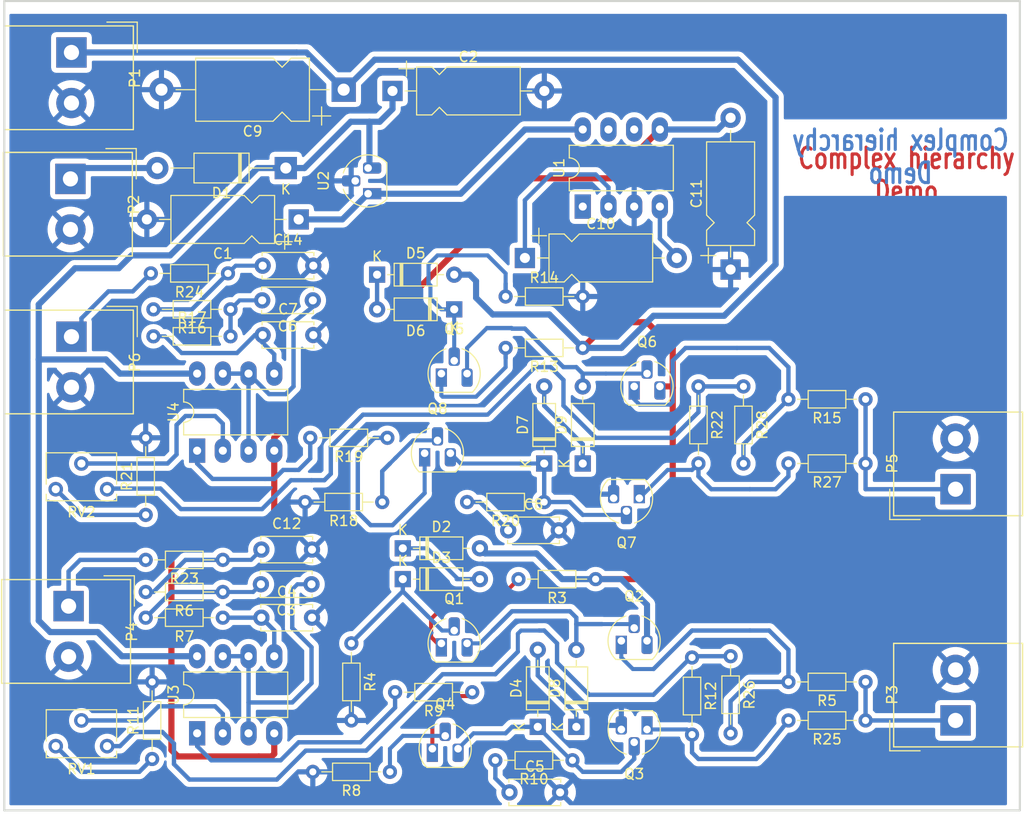
<source format=kicad_pcb>
(kicad_pcb (version 20191123) (host pcbnew "(5.99.0-593-g496f3d49e-dirty)")
  (title_block (title "Actionneur_piezo") (company "Kicad devs") (comment 1 "Demo"))
  (layers (0 "top_copper" power) (31 "bottom_copper" signal) (34 "B.Paste" user) (35 "F.Paste" user) (36 "B.SilkS" user) (37 "F.SilkS" user) (38 "B.Mask" user) (39 "F.Mask" user) (44 "Edge.Cuts" user))
  (net 0 "")
  (net 1 "-VAA")
  (net 2 "/12Vext")
  (net 3 "/ampli_ht_horizontal/PIEZO_IN")
  (net 4 "/ampli_ht_horizontal/PIEZO_OUT")
  (net 5 "/ampli_ht_horizontal/S_OUT+")
  (net 6 "/ampli_ht_horizontal/Vpil_0_3,3V")
  (net 7 "/ampli_ht_vertical/PIEZO_IN")
  (net 8 "/ampli_ht_vertical/PIEZO_OUT")
  (net 9 "/ampli_ht_vertical/S_OUT+")
  (net 10 "/ampli_ht_vertical/Vpil_0_3,3V")
  (net 11 "GND")
  (net 12 "HT")
  (net 13 "Net-(C10-Pad1)")
  (net 14 "Net-(C10-Pad2)")
  (net 15 "Net-(C12-Pad1)")
  (net 16 "Net-(C14-Pad1)")
  (net 17 "Net-(C3-Pad2)")
  (net 18 "Net-(C4-Pad1)")
  (net 19 "Net-(C5-Pad1)")
  (net 20 "Net-(C6-Pad2)")
  (net 21 "Net-(C7-Pad1)")
  (net 22 "Net-(C8-Pad1)")
  (net 23 "Net-(D4-Pad1)")
  (net 24 "Net-(D4-Pad2)")
  (net 25 "Net-(D7-Pad1)")
  (net 26 "Net-(D7-Pad2)")
  (net 27 "Net-(R11-Pad1)")
  (net 28 "Net-(R19-Pad2)")
  (net 29 "Net-(R21-Pad1)")
  (net 30 "Net-(R9-Pad2)")
  (net 31 "Net-(RV1-Pad2)")
  (net 32 "Net-(RV2-Pad2)")
  (net 33 "VCC")
  (net 34 "Net-(D2-Pad1)")
  (net 35 "Net-(D3-Pad1)")
  (net 36 "Net-(D5-Pad1)")
  (net 37 "Net-(D6-Pad1)")
  (net 38 "Net-(D8-Pad2)")
  (net 39 "Net-(D9-Pad2)")
  (net 40 "+12C")
  (net 41 "Net-(Q1-Pad1)")
  (net 42 "Net-(Q2-Pad1)")
  (net 43 "Net-(Q3-Pad1)")
  (net 44 "Net-(Q4-Pad1)")
  (net 45 "Net-(Q4-Pad2)")
  (net 46 "Net-(Q5-Pad1)")
  (net 47 "Net-(Q6-Pad1)")
  (net 48 "Net-(Q7-Pad1)")
  (net 49 "Net-(Q8-Pad1)")
  (net 50 "Net-(Q8-Pad2)")
  (module "Potentiometer_THT:Potentiometer_Bourns_3266W_Vertical" (layer "top_copper") (at 93.345 100.076 180)
    (fp_text reference "RV2" (at -2.54 -2.27) (layer "F.SilkS"))
    (fp_text value "4,7K")
    (pad "3" thru_hole circle (at -5.08 0 180) (size 1.44 1.44) (drill 0.8) (layers *.Cu *.Mask) (net 5 "/ampli_ht_horizontal/S_OUT+"))
    (pad "2" thru_hole circle (at -2.54 2.54 180) (size 1.44 1.44) (drill 0.8) (layers *.Cu *.Mask) (net 32 "Net-(RV2-Pad2)"))
    (pad "1" thru_hole circle (at 0 0 180) (size 1.44 1.44) (drill 0.8) (layers *.Cu *.Mask) (net 29 "Net-(R21-Pad1)"))
  )
  (module "Potentiometer_THT:Potentiometer_Bourns_3266W_Vertical" (layer "top_copper") (at 93.345 125.476 180)
    (fp_text reference "RV1" (at -2.54 -2.27) (layer "F.SilkS"))
    (fp_text value "4,7K")
    (pad "3" thru_hole circle (at -5.08 0 180) (size 1.44 1.44) (drill 0.8) (layers *.Cu *.Mask) (net 9 "/ampli_ht_vertical/S_OUT+"))
    (pad "2" thru_hole circle (at -2.54 2.54 180) (size 1.44 1.44) (drill 0.8) (layers *.Cu *.Mask) (net 31 "Net-(RV1-Pad2)"))
    (pad "1" thru_hole circle (at 0 0 180) (size 1.44 1.44) (drill 0.8) (layers *.Cu *.Mask) (net 27 "Net-(R11-Pad1)"))
  )
  (module "Package_TO_SOT_THT:TO-92_HandSolder" (layer "top_copper") (at 124.206 70.866 90)
    (fp_text reference "U2" (at 1.27 -4.4 90) (layer "F.SilkS"))
    (fp_text value "78L05")
    (pad "1" thru_hole rect (at 0 0 90) (size 1.1 1.8) (drill 0.75 (offset 0 0.4)) (layers *.Cu *.Mask) (net 33 "VCC"))
    (pad "3" thru_hole roundrect (at 2.54 0 90) (size 1.1 1.8) (drill 0.75 (offset 0 0.4)) (layers *.Cu *.Mask) (net 40 "+12C"))
    (pad "2" thru_hole roundrect (at 1.27 -1.27 90) (size 1.1 1.8) (drill 0.75 (offset 0 -0.4)) (layers *.Cu *.Mask) (net 11 "GND"))
  )
  (module "Capacitor_THT:CP_Axial_L11.0mm_D6.0mm_P18.00mm_Horizontal" (layer "top_copper") (at 121.793 60.579 180)
    (fp_text reference "C9" (at 9 -4.12) (layer "F.SilkS"))
    (fp_text value "47uF/63V")
    (pad "2" thru_hole oval (at 18 0 180) (size 2.4 2.4) (drill 1.2) (layers *.Cu *.Mask) (net 11 "GND"))
    (pad "1" thru_hole rect (at 0 0 180) (size 2.4 2.4) (drill 1.2) (layers *.Cu *.Mask) (net 12 "HT"))
  )
  (module "Capacitor_THT:CP_Axial_L10.0mm_D4.5mm_P15.00mm_Horizontal" (layer "top_copper") (at 160.02 78.359 90)
    (fp_text reference "C11" (at 7.5 -3.37 90) (layer "F.SilkS"))
    (fp_text value "10uF")
    (pad "2" thru_hole oval (at 15 0 90) (size 2 2) (drill 1) (layers *.Cu *.Mask) (net 1 "-VAA"))
    (pad "1" thru_hole rect (at 0 0 90) (size 2 2) (drill 1) (layers *.Cu *.Mask) (net 11 "GND"))
  )
  (module "Capacitor_THT:CP_Axial_L10.0mm_D4.5mm_P15.00mm_Horizontal" (layer "top_copper") (at 139.7 77.216)
    (fp_text reference "C10" (at 7.5 -3.37) (layer "F.SilkS"))
    (fp_text value "10uF")
    (pad "2" thru_hole oval (at 15 0) (size 2 2) (drill 1) (layers *.Cu *.Mask) (net 14 "Net-(C10-Pad2)"))
    (pad "1" thru_hole rect (at 0 0) (size 2 2) (drill 1) (layers *.Cu *.Mask) (net 13 "Net-(C10-Pad1)"))
  )
  (module "Capacitor_THT:CP_Axial_L10.0mm_D4.5mm_P15.00mm_Horizontal" (layer "top_copper") (at 126.619 60.706)
    (fp_text reference "C2" (at 7.5 -3.37) (layer "F.SilkS"))
    (fp_text value "47uF/20V")
    (pad "2" thru_hole oval (at 15 0) (size 2 2) (drill 1) (layers *.Cu *.Mask) (net 11 "GND"))
    (pad "1" thru_hole rect (at 0 0) (size 2 2) (drill 1) (layers *.Cu *.Mask) (net 40 "+12C"))
  )
  (module "Capacitor_THT:CP_Axial_L10.0mm_D4.5mm_P15.00mm_Horizontal" (layer "top_copper") (at 117.348 73.406 180)
    (fp_text reference "C1" (at 7.5 -3.37) (layer "F.SilkS"))
    (fp_text value "47uF")
    (pad "2" thru_hole oval (at 15 0 180) (size 2 2) (drill 1) (layers *.Cu *.Mask) (net 11 "GND"))
    (pad "1" thru_hole rect (at 0 0 180) (size 2 2) (drill 1) (layers *.Cu *.Mask) (net 33 "VCC"))
  )
  (module "Package_TO_SOT_THT:TO-92_HandSolder" (layer "top_copper") (at 129.794 96.52)
    (fp_text reference "Q8" (at 1.27 -4.4) (layer "F.SilkS"))
    (fp_text value "MPSA42")
    (pad "1" thru_hole rect (at 0 0) (size 1.1 1.8) (drill 0.75 (offset 0 0.4)) (layers *.Cu *.Mask) (net 49 "Net-(Q8-Pad1)"))
    (pad "3" thru_hole roundrect (at 2.54 0) (size 1.1 1.8) (drill 0.75 (offset 0 0.4)) (layers *.Cu *.Mask) (net 25 "Net-(D7-Pad1)"))
    (pad "2" thru_hole roundrect (at 1.27 -1.27) (size 1.1 1.8) (drill 0.75 (offset 0 -0.4)) (layers *.Cu *.Mask) (net 50 "Net-(Q8-Pad2)"))
  )
  (module "Package_TO_SOT_THT:TO-92_HandSolder" (layer "top_copper") (at 151.003 100.965 180)
    (fp_text reference "Q7" (at 1.27 -4.4) (layer "F.SilkS"))
    (fp_text value "MPSA92")
    (pad "1" thru_hole rect (at 0 0 180) (size 1.1 1.8) (drill 0.75 (offset 0 0.4)) (layers *.Cu *.Mask) (net 48 "Net-(Q7-Pad1)"))
    (pad "3" thru_hole roundrect (at 2.54 0 180) (size 1.1 1.8) (drill 0.75 (offset 0 0.4)) (layers *.Cu *.Mask) (net 11 "GND"))
    (pad "2" thru_hole roundrect (at 1.27 -1.27 180) (size 1.1 1.8) (drill 0.75 (offset 0 -0.4)) (layers *.Cu *.Mask) (net 25 "Net-(D7-Pad1)"))
  )
  (module "Package_TO_SOT_THT:TO-92_HandSolder" (layer "top_copper") (at 150.495 89.916)
    (fp_text reference "Q6" (at 1.27 -4.4) (layer "F.SilkS"))
    (fp_text value "MPSA42")
    (pad "1" thru_hole rect (at 0 0) (size 1.1 1.8) (drill 0.75 (offset 0 0.4)) (layers *.Cu *.Mask) (net 47 "Net-(Q6-Pad1)"))
    (pad "3" thru_hole roundrect (at 2.54 0) (size 1.1 1.8) (drill 0.75 (offset 0 0.4)) (layers *.Cu *.Mask) (net 12 "HT"))
    (pad "2" thru_hole roundrect (at 1.27 -1.27) (size 1.1 1.8) (drill 0.75 (offset 0 -0.4)) (layers *.Cu *.Mask) (net 39 "Net-(D9-Pad2)"))
  )
  (module "Package_TO_SOT_THT:TO-92_HandSolder" (layer "top_copper") (at 131.445 88.646)
    (fp_text reference "Q5" (at 1.27 -4.4) (layer "F.SilkS"))
    (fp_text value "MPSA92")
    (pad "1" thru_hole rect (at 0 0) (size 1.1 1.8) (drill 0.75 (offset 0 0.4)) (layers *.Cu *.Mask) (net 46 "Net-(Q5-Pad1)"))
    (pad "3" thru_hole roundrect (at 2.54 0) (size 1.1 1.8) (drill 0.75 (offset 0 0.4)) (layers *.Cu *.Mask) (net 39 "Net-(D9-Pad2)"))
    (pad "2" thru_hole roundrect (at 1.27 -1.27) (size 1.1 1.8) (drill 0.75 (offset 0 -0.4)) (layers *.Cu *.Mask) (net 37 "Net-(D6-Pad1)"))
  )
  (module "Package_TO_SOT_THT:TO-92_HandSolder" (layer "top_copper") (at 130.556 125.73)
    (fp_text reference "Q4" (at 1.27 -4.4) (layer "F.SilkS"))
    (fp_text value "MPSA42")
    (pad "1" thru_hole rect (at 0 0) (size 1.1 1.8) (drill 0.75 (offset 0 0.4)) (layers *.Cu *.Mask) (net 44 "Net-(Q4-Pad1)"))
    (pad "3" thru_hole roundrect (at 2.54 0) (size 1.1 1.8) (drill 0.75 (offset 0 0.4)) (layers *.Cu *.Mask) (net 23 "Net-(D4-Pad1)"))
    (pad "2" thru_hole roundrect (at 1.27 -1.27) (size 1.1 1.8) (drill 0.75 (offset 0 -0.4)) (layers *.Cu *.Mask) (net 45 "Net-(Q4-Pad2)"))
  )
  (module "Package_TO_SOT_THT:TO-92_HandSolder" (layer "top_copper") (at 151.765 123.825 180)
    (fp_text reference "Q3" (at 1.27 -4.4) (layer "F.SilkS"))
    (fp_text value "MPSA92")
    (pad "1" thru_hole rect (at 0 0 180) (size 1.1 1.8) (drill 0.75 (offset 0 0.4)) (layers *.Cu *.Mask) (net 43 "Net-(Q3-Pad1)"))
    (pad "3" thru_hole roundrect (at 2.54 0 180) (size 1.1 1.8) (drill 0.75 (offset 0 0.4)) (layers *.Cu *.Mask) (net 11 "GND"))
    (pad "2" thru_hole roundrect (at 1.27 -1.27 180) (size 1.1 1.8) (drill 0.75 (offset 0 -0.4)) (layers *.Cu *.Mask) (net 23 "Net-(D4-Pad1)"))
  )
  (module "Package_TO_SOT_THT:TO-92_HandSolder" (layer "top_copper") (at 149.225 115.062)
    (fp_text reference "Q2" (at 1.27 -4.4) (layer "F.SilkS"))
    (fp_text value "MPSA42")
    (pad "1" thru_hole rect (at 0 0) (size 1.1 1.8) (drill 0.75 (offset 0 0.4)) (layers *.Cu *.Mask) (net 42 "Net-(Q2-Pad1)"))
    (pad "3" thru_hole roundrect (at 2.54 0) (size 1.1 1.8) (drill 0.75 (offset 0 0.4)) (layers *.Cu *.Mask) (net 12 "HT"))
    (pad "2" thru_hole roundrect (at 1.27 -1.27) (size 1.1 1.8) (drill 0.75 (offset 0 -0.4)) (layers *.Cu *.Mask) (net 38 "Net-(D8-Pad2)"))
  )
  (module "Package_TO_SOT_THT:TO-92_HandSolder" (layer "top_copper") (at 131.445 115.316)
    (fp_text reference "Q1" (at 1.27 -4.4) (layer "F.SilkS"))
    (fp_text value "MPSA92")
    (pad "1" thru_hole rect (at 0 0) (size 1.1 1.8) (drill 0.75 (offset 0 0.4)) (layers *.Cu *.Mask) (net 41 "Net-(Q1-Pad1)"))
    (pad "3" thru_hole roundrect (at 2.54 0) (size 1.1 1.8) (drill 0.75 (offset 0 0.4)) (layers *.Cu *.Mask) (net 38 "Net-(D8-Pad2)"))
    (pad "2" thru_hole roundrect (at 1.27 -1.27) (size 1.1 1.8) (drill 0.75 (offset 0 -0.4)) (layers *.Cu *.Mask) (net 35 "Net-(D3-Pad1)"))
  )
  (module "TerminalBlock_Altech:Altech_AK300_1x02_P5.00mm_45-Degree" (layer "top_copper") (at 182.245 100.076 90)
    (fp_text reference "P5" (at 2.54 -6.26 90) (layer "F.SilkS"))
    (fp_text value "CONN_2")
    (pad "2" thru_hole circle (at 5 0 90) (size 3 3) (drill 1.5) (layers *.Cu *.Mask) (net 11 "GND"))
    (pad "1" thru_hole rect (at 0 0 90) (size 3 3) (drill 1.5) (layers *.Cu *.Mask) (net 4 "/ampli_ht_horizontal/PIEZO_OUT"))
  )
  (module "TerminalBlock_Altech:Altech_AK300_1x02_P5.00mm_45-Degree" (layer "top_copper") (at 94.9 85 -90)
    (fp_text reference "P6" (at 2.54 -6.26 -90) (layer "F.SilkS"))
    (fp_text value "CONN_2")
    (pad "2" thru_hole circle (at 5 0 270) (size 3 3) (drill 1.5) (layers *.Cu *.Mask) (net 11 "GND"))
    (pad "1" thru_hole rect (at 0 0 270) (size 3 3) (drill 1.5) (layers *.Cu *.Mask) (net 3 "/ampli_ht_horizontal/PIEZO_IN"))
  )
  (module "TerminalBlock_Altech:Altech_AK300_1x02_P5.00mm_45-Degree" (layer "top_copper") (at 182.245 122.936 90)
    (fp_text reference "P3" (at 2.54 -6.26 90) (layer "F.SilkS"))
    (fp_text value "CONN_2")
    (pad "2" thru_hole circle (at 5 0 90) (size 3 3) (drill 1.5) (layers *.Cu *.Mask) (net 11 "GND"))
    (pad "1" thru_hole rect (at 0 0 90) (size 3 3) (drill 1.5) (layers *.Cu *.Mask) (net 8 "/ampli_ht_vertical/PIEZO_OUT"))
  )
  (module "TerminalBlock_Altech:Altech_AK300_1x02_P5.00mm_45-Degree" (layer "top_copper") (at 94.615 111.633 -90)
    (fp_text reference "P4" (at 2.54 -6.26 -90) (layer "F.SilkS"))
    (fp_text value "CONN_2")
    (pad "2" thru_hole circle (at 5 0 270) (size 3 3) (drill 1.5) (layers *.Cu *.Mask) (net 11 "GND"))
    (pad "1" thru_hole rect (at 0 0 270) (size 3 3) (drill 1.5) (layers *.Cu *.Mask) (net 7 "/ampli_ht_vertical/PIEZO_IN"))
  )
  (module "TerminalBlock_Altech:Altech_AK300_1x02_P5.00mm_45-Degree" (layer "top_copper") (at 94.8 69.4 -90)
    (fp_text reference "P2" (at 2.54 -6.26 -90) (layer "F.SilkS"))
    (fp_text value "CONN_2")
    (pad "2" thru_hole circle (at 5 0 270) (size 3 3) (drill 1.5) (layers *.Cu *.Mask) (net 11 "GND"))
    (pad "1" thru_hole rect (at 0 0 270) (size 3 3) (drill 1.5) (layers *.Cu *.Mask) (net 2 "/12Vext"))
  )
  (module "TerminalBlock_Altech:Altech_AK300_1x02_P5.00mm_45-Degree" (layer "top_copper") (at 94.9 56.9 -90)
    (fp_text reference "P1" (at 2.54 -6.26 -90) (layer "F.SilkS"))
    (fp_text value "CONN_2")
    (pad "2" thru_hole circle (at 5 0 270) (size 3 3) (drill 1.5) (layers *.Cu *.Mask) (net 11 "GND"))
    (pad "1" thru_hole rect (at 0 0 270) (size 3 3) (drill 1.5) (layers *.Cu *.Mask) (net 12 "HT"))
  )
  (module "Diode_THT:D_DO-35_SOD27_P7.62mm_Horizontal" (layer "top_copper") (at 145.415 97.536 90)
    (fp_text reference "D9" (at 3.81 -2.12 90) (layer "F.SilkS"))
    (fp_text value "1N4148")
    (fp_text user "K" (at 0 -1.8 90) (layer "F.SilkS"))
    (pad "2" thru_hole oval (at 7.62 0 90) (size 1.6 1.6) (drill 0.8) (layers *.Cu *.Mask) (net 39 "Net-(D9-Pad2)"))
    (pad "1" thru_hole rect (at 0 0 90) (size 1.6 1.6) (drill 0.8) (layers *.Cu *.Mask) (net 26 "Net-(D7-Pad2)"))
  )
  (module "Diode_THT:D_DO-35_SOD27_P7.62mm_Horizontal" (layer "top_copper") (at 140.97 123.571 90)
    (fp_text reference "D4" (at 3.81 -2.12 90) (layer "F.SilkS"))
    (fp_text value "1N4148")
    (fp_text user "K" (at 0 -1.8 90) (layer "F.SilkS"))
    (pad "1" thru_hole rect (at 0 0 90) (size 1.6 1.6) (drill 0.8) (layers *.Cu *.Mask) (net 23 "Net-(D4-Pad1)"))
    (pad "2" thru_hole oval (at 7.62 0 90) (size 1.6 1.6) (drill 0.8) (layers *.Cu *.Mask) (net 24 "Net-(D4-Pad2)"))
  )
  (module "Diode_THT:D_DO-35_SOD27_P7.62mm_Horizontal" (layer "top_copper") (at 132.715 82.296 180)
    (fp_text reference "D6" (at 3.81 -2.12 180) (layer "F.SilkS"))
    (fp_text value "1N4148")
    (fp_text user "K" (at 0 -1.8 180) (layer "F.SilkS"))
    (pad "2" thru_hole oval (at 7.62 0 180) (size 1.6 1.6) (drill 0.8) (layers *.Cu *.Mask) (net 36 "Net-(D5-Pad1)"))
    (pad "1" thru_hole rect (at 0 0 180) (size 1.6 1.6) (drill 0.8) (layers *.Cu *.Mask) (net 37 "Net-(D6-Pad1)"))
  )
  (module "Diode_THT:D_DO-35_SOD27_P7.62mm_Horizontal" (layer "top_copper") (at 141.605 97.536 90)
    (fp_text reference "D7" (at 3.81 -2.12 90) (layer "F.SilkS"))
    (fp_text value "1N4148")
    (fp_text user "K" (at 0 -1.8 90) (layer "F.SilkS"))
    (pad "1" thru_hole rect (at 0 0 90) (size 1.6 1.6) (drill 0.8) (layers *.Cu *.Mask) (net 25 "Net-(D7-Pad1)"))
    (pad "2" thru_hole oval (at 7.62 0 90) (size 1.6 1.6) (drill 0.8) (layers *.Cu *.Mask) (net 26 "Net-(D7-Pad2)"))
  )
  (module "Diode_THT:D_DO-35_SOD27_P7.62mm_Horizontal" (layer "top_copper") (at 127.635 108.966)
    (fp_text reference "D3" (at 3.81 -2.12) (layer "F.SilkS"))
    (fp_text value "1N4148")
    (fp_text user "K" (at 0 -1.8) (layer "F.SilkS"))
    (pad "2" thru_hole oval (at 7.62 0) (size 1.6 1.6) (drill 0.8) (layers *.Cu *.Mask) (net 34 "Net-(D2-Pad1)"))
    (pad "1" thru_hole rect (at 0 0) (size 1.6 1.6) (drill 0.8) (layers *.Cu *.Mask) (net 35 "Net-(D3-Pad1)"))
  )
  (module "Diode_THT:D_DO-35_SOD27_P7.62mm_Horizontal" (layer "top_copper") (at 127.635 105.918)
    (fp_text reference "D2" (at 3.81 -2.12) (layer "F.SilkS"))
    (fp_text value "1N4148")
    (fp_text user "K" (at 0 -1.8) (layer "F.SilkS"))
    (pad "1" thru_hole rect (at 0 0) (size 1.6 1.6) (drill 0.8) (layers *.Cu *.Mask) (net 34 "Net-(D2-Pad1)"))
    (pad "2" thru_hole oval (at 7.62 0) (size 1.6 1.6) (drill 0.8) (layers *.Cu *.Mask) (net 12 "HT"))
  )
  (module "Diode_THT:D_DO-35_SOD27_P7.62mm_Horizontal" (layer "top_copper") (at 144.78 123.571 90)
    (fp_text reference "D8" (at 3.81 -2.12 90) (layer "F.SilkS"))
    (fp_text value "1N4148")
    (fp_text user "K" (at 0 -1.8 90) (layer "F.SilkS"))
    (pad "2" thru_hole oval (at 7.62 0 90) (size 1.6 1.6) (drill 0.8) (layers *.Cu *.Mask) (net 38 "Net-(D8-Pad2)"))
    (pad "1" thru_hole rect (at 0 0 90) (size 1.6 1.6) (drill 0.8) (layers *.Cu *.Mask) (net 24 "Net-(D4-Pad2)"))
  )
  (module "Diode_THT:D_DO-35_SOD27_P7.62mm_Horizontal" (layer "top_copper") (at 125.095 78.867)
    (fp_text reference "D5" (at 3.81 -2.12) (layer "F.SilkS"))
    (fp_text value "1N4148")
    (fp_text user "K" (at 0 -1.8) (layer "F.SilkS"))
    (pad "1" thru_hole rect (at 0 0) (size 1.6 1.6) (drill 0.8) (layers *.Cu *.Mask) (net 36 "Net-(D5-Pad1)"))
    (pad "2" thru_hole oval (at 7.62 0) (size 1.6 1.6) (drill 0.8) (layers *.Cu *.Mask) (net 12 "HT"))
  )
  (module "Diode_THT:D_DO-41_SOD81_P12.70mm_Horizontal" (layer "top_copper") (at 116.078 68.326 180)
    (fp_text reference "D1" (at 6.35 -2.47 180) (layer "F.SilkS"))
    (fp_text value "1N4007")
    (fp_text user "K" (at 0 -2.1 180) (layer "F.SilkS"))
    (pad "1" thru_hole rect (at 0 0 180) (size 2.2 2.2) (drill 1.1) (layers *.Cu *.Mask) (net 40 "+12C"))
    (pad "2" thru_hole oval (at 12.7 0 180) (size 2.2 2.2) (drill 1.1) (layers *.Cu *.Mask) (net 2 "/12Vext"))
  )
  (module "Capacitor_THT:C_Disc_D5.0mm_W2.5mm_P5.00mm" (layer "top_copper") (at 118.618 109.474 180)
    (fp_text reference "C3" (at 2.5 -2.56 180) (layer "F.SilkS"))
    (fp_text value "15nF")
    (pad "2" thru_hole circle (at 5 0 180) (size 1.6 1.6) (drill 0.8) (layers *.Cu *.Mask) (net 17 "Net-(C3-Pad2)"))
    (pad "1" thru_hole circle (at 0 0 180) (size 1.6 1.6) (drill 0.8) (layers *.Cu *.Mask) (net 10 "/ampli_ht_vertical/Vpil_0_3,3V"))
  )
  (module "Capacitor_THT:C_Disc_D5.0mm_W2.5mm_P5.00mm" (layer "top_copper") (at 113.665 112.776)
    (fp_text reference "C4" (at 2.5 -2.56) (layer "F.SilkS"))
    (fp_text value "4.7nF")
    (pad "1" thru_hole circle (at 0 0) (size 1.6 1.6) (drill 0.8) (layers *.Cu *.Mask) (net 18 "Net-(C4-Pad1)"))
    (pad "2" thru_hole circle (at 5 0) (size 1.6 1.6) (drill 0.8) (layers *.Cu *.Mask) (net 11 "GND"))
  )
  (module "Capacitor_THT:C_Disc_D5.0mm_W2.5mm_P5.00mm" (layer "top_copper") (at 113.792 77.978)
    (fp_text reference "C14" (at 2.5 -2.56) (layer "F.SilkS"))
    (fp_text value "150nF")
    (pad "2" thru_hole circle (at 5 0) (size 1.6 1.6) (drill 0.8) (layers *.Cu *.Mask) (net 11 "GND"))
    (pad "1" thru_hole circle (at 0 0) (size 1.6 1.6) (drill 0.8) (layers *.Cu *.Mask) (net 16 "Net-(C14-Pad1)"))
  )
  (module "Capacitor_THT:C_Disc_D5.0mm_W2.5mm_P5.00mm" (layer "top_copper") (at 113.665 106.045)
    (fp_text reference "C12" (at 2.5 -2.56) (layer "F.SilkS"))
    (fp_text value "150nF")
    (pad "1" thru_hole circle (at 0 0) (size 1.6 1.6) (drill 0.8) (layers *.Cu *.Mask) (net 15 "Net-(C12-Pad1)"))
    (pad "2" thru_hole circle (at 5 0) (size 1.6 1.6) (drill 0.8) (layers *.Cu *.Mask) (net 11 "GND"))
  )
  (module "Capacitor_THT:C_Disc_D5.0mm_W2.5mm_P5.00mm" (layer "top_copper") (at 138.176 130.048)
    (fp_text reference "C5" (at 2.5 -2.56) (layer "F.SilkS"))
    (fp_text value "820pF")
    (pad "2" thru_hole circle (at 5 0) (size 1.6 1.6) (drill 0.8) (layers *.Cu *.Mask) (net 11 "GND"))
    (pad "1" thru_hole circle (at 0 0) (size 1.6 1.6) (drill 0.8) (layers *.Cu *.Mask) (net 19 "Net-(C5-Pad1)"))
  )
  (module "Capacitor_THT:C_Disc_D5.0mm_W2.5mm_P5.00mm" (layer "top_copper") (at 118.745 81.407 180)
    (fp_text reference "C6" (at 2.5 -2.56 180) (layer "F.SilkS"))
    (fp_text value "15nF")
    (pad "1" thru_hole circle (at 0 0 180) (size 1.6 1.6) (drill 0.8) (layers *.Cu *.Mask) (net 6 "/ampli_ht_horizontal/Vpil_0_3,3V"))
    (pad "2" thru_hole circle (at 5 0 180) (size 1.6 1.6) (drill 0.8) (layers *.Cu *.Mask) (net 20 "Net-(C6-Pad2)"))
  )
  (module "Capacitor_THT:C_Disc_D5.0mm_W2.5mm_P5.00mm" (layer "top_copper") (at 113.792 84.836)
    (fp_text reference "C7" (at 2.5 -2.56) (layer "F.SilkS"))
    (fp_text value "4.7nF")
    (pad "2" thru_hole circle (at 5 0) (size 1.6 1.6) (drill 0.8) (layers *.Cu *.Mask) (net 11 "GND"))
    (pad "1" thru_hole circle (at 0 0) (size 1.6 1.6) (drill 0.8) (layers *.Cu *.Mask) (net 21 "Net-(C7-Pad1)"))
  )
  (module "Capacitor_THT:C_Disc_D5.0mm_W2.5mm_P5.00mm" (layer "top_copper") (at 138.049 104.14)
    (fp_text reference "C8" (at 2.5 -2.56) (layer "F.SilkS"))
    (fp_text value "820pF")
    (pad "1" thru_hole circle (at 0 0) (size 1.6 1.6) (drill 0.8) (layers *.Cu *.Mask) (net 22 "Net-(C8-Pad1)"))
    (pad "2" thru_hole circle (at 5 0) (size 1.6 1.6) (drill 0.8) (layers *.Cu *.Mask) (net 11 "GND"))
  )
  (module "Package_DIP:DIP-8_W7.62mm_LongPads" (layer "top_copper") (at 107.315 124.206 90)
    (fp_text reference "U3" (at 3.81 -2.33 90) (layer "F.SilkS"))
    (fp_text value "LM358N")
    (pad "1" thru_hole rect (at 0 0 90) (size 2.4 1.6) (drill 0.8) (layers *.Cu *.Mask) (net 30 "Net-(R9-Pad2)"))
    (pad "5" thru_hole oval (at 7.62 7.62 90) (size 2.4 1.6) (drill 0.8) (layers *.Cu *.Mask) (net 18 "Net-(C4-Pad1)"))
    (pad "2" thru_hole oval (at 0 2.54 90) (size 2.4 1.6) (drill 0.8) (layers *.Cu *.Mask) (net 31 "Net-(RV1-Pad2)"))
    (pad "6" thru_hole oval (at 7.62 5.08 90) (size 2.4 1.6) (drill 0.8) (layers *.Cu *.Mask) (net 10 "/ampli_ht_vertical/Vpil_0_3,3V"))
    (pad "3" thru_hole oval (at 0 5.08 90) (size 2.4 1.6) (drill 0.8) (layers *.Cu *.Mask) (net 10 "/ampli_ht_vertical/Vpil_0_3,3V"))
    (pad "7" thru_hole oval (at 7.62 2.54 90) (size 2.4 1.6) (drill 0.8) (layers *.Cu *.Mask) (net 10 "/ampli_ht_vertical/Vpil_0_3,3V"))
    (pad "4" thru_hole oval (at 0 7.62 90) (size 2.4 1.6) (drill 0.8) (layers *.Cu *.Mask) (net 1 "-VAA"))
    (pad "8" thru_hole oval (at 7.62 0 90) (size 2.4 1.6) (drill 0.8) (layers *.Cu *.Mask) (net 40 "+12C"))
  )
  (module "Package_DIP:DIP-8_W7.62mm_LongPads" (layer "top_copper") (at 145.415 72.136 90)
    (fp_text reference "U1" (at 3.81 -2.33 90) (layer "F.SilkS"))
    (fp_text value "ICL7660")
    (pad "8" thru_hole oval (at 7.62 0 90) (size 2.4 1.6) (drill 0.8) (layers *.Cu *.Mask) (net 33 "VCC"))
    (pad "4" thru_hole oval (at 0 7.62 90) (size 2.4 1.6) (drill 0.8) (layers *.Cu *.Mask) (net 14 "Net-(C10-Pad2)"))
    (pad "7" thru_hole oval (at 7.62 2.54 90) (size 2.4 1.6) (drill 0.8) (layers *.Cu *.Mask))
    (pad "3" thru_hole oval (at 0 5.08 90) (size 2.4 1.6) (drill 0.8) (layers *.Cu *.Mask) (net 11 "GND"))
    (pad "6" thru_hole oval (at 7.62 5.08 90) (size 2.4 1.6) (drill 0.8) (layers *.Cu *.Mask))
    (pad "2" thru_hole oval (at 0 2.54 90) (size 2.4 1.6) (drill 0.8) (layers *.Cu *.Mask) (net 13 "Net-(C10-Pad1)"))
    (pad "5" thru_hole oval (at 7.62 7.62 90) (size 2.4 1.6) (drill 0.8) (layers *.Cu *.Mask) (net 1 "-VAA"))
    (pad "1" thru_hole rect (at 0 0 90) (size 2.4 1.6) (drill 0.8) (layers *.Cu *.Mask))
  )
  (module "Package_DIP:DIP-8_W7.62mm_LongPads" (layer "top_copper") (at 107.315 96.266 90)
    (fp_text reference "U4" (at 3.81 -2.33 90) (layer "F.SilkS"))
    (fp_text value "LM358N")
    (pad "1" thru_hole rect (at 0 0 90) (size 2.4 1.6) (drill 0.8) (layers *.Cu *.Mask) (net 28 "Net-(R19-Pad2)"))
    (pad "5" thru_hole oval (at 7.62 7.62 90) (size 2.4 1.6) (drill 0.8) (layers *.Cu *.Mask) (net 21 "Net-(C7-Pad1)"))
    (pad "2" thru_hole oval (at 0 2.54 90) (size 2.4 1.6) (drill 0.8) (layers *.Cu *.Mask) (net 32 "Net-(RV2-Pad2)"))
    (pad "6" thru_hole oval (at 7.62 5.08 90) (size 2.4 1.6) (drill 0.8) (layers *.Cu *.Mask) (net 6 "/ampli_ht_horizontal/Vpil_0_3,3V"))
    (pad "3" thru_hole oval (at 0 5.08 90) (size 2.4 1.6) (drill 0.8) (layers *.Cu *.Mask) (net 6 "/ampli_ht_horizontal/Vpil_0_3,3V"))
    (pad "7" thru_hole oval (at 7.62 2.54 90) (size 2.4 1.6) (drill 0.8) (layers *.Cu *.Mask) (net 6 "/ampli_ht_horizontal/Vpil_0_3,3V"))
    (pad "4" thru_hole oval (at 0 7.62 90) (size 2.4 1.6) (drill 0.8) (layers *.Cu *.Mask) (net 1 "-VAA"))
    (pad "8" thru_hole oval (at 7.62 0 90) (size 2.4 1.6) (drill 0.8) (layers *.Cu *.Mask) (net 40 "+12C"))
  )
  (module "Resistor_THT:R_Axial_DIN0204_L3.6mm_D1.6mm_P7.62mm_Horizontal" (layer "top_copper") (at 141.605 101.346 180)
    (fp_text reference "R20" (at 3.81 -1.86 180) (layer "F.SilkS"))
    (fp_text value "5,6K")
    (pad "2" thru_hole oval (at 7.62 0 180) (size 1.4 1.4) (drill 0.7) (layers *.Cu *.Mask) (net 22 "Net-(C8-Pad1)"))
    (pad "1" thru_hole circle (at 0 0 180) (size 1.4 1.4) (drill 0.7) (layers *.Cu *.Mask) (net 25 "Net-(D7-Pad1)"))
  )
  (module "Resistor_THT:R_Axial_DIN0204_L3.6mm_D1.6mm_P7.62mm_Horizontal" (layer "top_copper") (at 156.845 89.916 -90)
    (fp_text reference "R22" (at 3.81 -1.86 -90) (layer "F.SilkS"))
    (fp_text value "220K")
    (pad "1" thru_hole circle (at 0 0 270) (size 1.4 1.4) (drill 0.7) (layers *.Cu *.Mask) (net 5 "/ampli_ht_horizontal/S_OUT+"))
    (pad "2" thru_hole oval (at 7.62 0 270) (size 1.4 1.4) (drill 0.7) (layers *.Cu *.Mask) (net 48 "Net-(Q7-Pad1)"))
  )
  (module "Resistor_THT:R_Axial_DIN0204_L3.6mm_D1.6mm_P7.62mm_Horizontal" (layer "top_copper") (at 109.855 107.061 180)
    (fp_text reference "R23" (at 3.81 -1.86 180) (layer "F.SilkS"))
    (fp_text value "1K")
    (pad "2" thru_hole oval (at 7.62 0 180) (size 1.4 1.4) (drill 0.7) (layers *.Cu *.Mask) (net 7 "/ampli_ht_vertical/PIEZO_IN"))
    (pad "1" thru_hole circle (at 0 0 180) (size 1.4 1.4) (drill 0.7) (layers *.Cu *.Mask) (net 15 "Net-(C12-Pad1)"))
  )
  (module "Resistor_THT:R_Axial_DIN0204_L3.6mm_D1.6mm_P7.62mm_Horizontal" (layer "top_copper") (at 110.363 78.74 180)
    (fp_text reference "R24" (at 3.81 -1.86 180) (layer "F.SilkS"))
    (fp_text value "1K")
    (pad "1" thru_hole circle (at 0 0 180) (size 1.4 1.4) (drill 0.7) (layers *.Cu *.Mask) (net 16 "Net-(C14-Pad1)"))
    (pad "2" thru_hole oval (at 7.62 0 180) (size 1.4 1.4) (drill 0.7) (layers *.Cu *.Mask) (net 3 "/ampli_ht_horizontal/PIEZO_IN"))
  )
  (module "Resistor_THT:R_Axial_DIN0204_L3.6mm_D1.6mm_P7.62mm_Horizontal" (layer "top_copper") (at 173.355 122.936 180)
    (fp_text reference "R25" (at 3.81 -1.86 180) (layer "F.SilkS"))
    (fp_text value "47")
    (pad "2" thru_hole oval (at 7.62 0 180) (size 1.4 1.4) (drill 0.7) (layers *.Cu *.Mask) (net 43 "Net-(Q3-Pad1)"))
    (pad "1" thru_hole circle (at 0 0 180) (size 1.4 1.4) (drill 0.7) (layers *.Cu *.Mask) (net 8 "/ampli_ht_vertical/PIEZO_OUT"))
  )
  (module "Resistor_THT:R_Axial_DIN0204_L3.6mm_D1.6mm_P7.62mm_Horizontal" (layer "top_copper") (at 160.02 116.586 -90)
    (fp_text reference "R26" (at 3.81 -1.86 -90) (layer "F.SilkS"))
    (fp_text value "220K")
    (pad "1" thru_hole circle (at 0 0 270) (size 1.4 1.4) (drill 0.7) (layers *.Cu *.Mask) (net 9 "/ampli_ht_vertical/S_OUT+"))
    (pad "2" thru_hole oval (at 7.62 0 270) (size 1.4 1.4) (drill 0.7) (layers *.Cu *.Mask) (net 42 "Net-(Q2-Pad1)"))
  )
  (module "Resistor_THT:R_Axial_DIN0204_L3.6mm_D1.6mm_P7.62mm_Horizontal" (layer "top_copper") (at 173.355 97.536 180)
    (fp_text reference "R27" (at 3.81 -1.86 180) (layer "F.SilkS"))
    (fp_text value "47")
    (pad "2" thru_hole oval (at 7.62 0 180) (size 1.4 1.4) (drill 0.7) (layers *.Cu *.Mask) (net 48 "Net-(Q7-Pad1)"))
    (pad "1" thru_hole circle (at 0 0 180) (size 1.4 1.4) (drill 0.7) (layers *.Cu *.Mask) (net 4 "/ampli_ht_horizontal/PIEZO_OUT"))
  )
  (module "Resistor_THT:R_Axial_DIN0204_L3.6mm_D1.6mm_P7.62mm_Horizontal" (layer "top_copper") (at 161.29 89.916 -90)
    (fp_text reference "R28" (at 3.81 -1.86 -90) (layer "F.SilkS"))
    (fp_text value "220K")
    (pad "1" thru_hole circle (at 0 0 270) (size 1.4 1.4) (drill 0.7) (layers *.Cu *.Mask) (net 5 "/ampli_ht_horizontal/S_OUT+"))
    (pad "2" thru_hole oval (at 7.62 0 270) (size 1.4 1.4) (drill 0.7) (layers *.Cu *.Mask) (net 47 "Net-(Q6-Pad1)"))
  )
  (module "Resistor_THT:R_Axial_DIN0204_L3.6mm_D1.6mm_P7.62mm_Horizontal" (layer "top_copper") (at 173.355 119.126 180)
    (fp_text reference "R5" (at 3.81 -1.86 180) (layer "F.SilkS"))
    (fp_text value "47")
    (pad "2" thru_hole oval (at 7.62 0 180) (size 1.4 1.4) (drill 0.7) (layers *.Cu *.Mask) (net 42 "Net-(Q2-Pad1)"))
    (pad "1" thru_hole circle (at 0 0 180) (size 1.4 1.4) (drill 0.7) (layers *.Cu *.Mask) (net 8 "/ampli_ht_vertical/PIEZO_OUT"))
  )
  (module "Resistor_THT:R_Axial_DIN0204_L3.6mm_D1.6mm_P7.62mm_Horizontal" (layer "top_copper") (at 122.555 115.316 -90)
    (fp_text reference "R4" (at 3.81 -1.86 -90) (layer "F.SilkS"))
    (fp_text value "220K")
    (pad "1" thru_hole circle (at 0 0 270) (size 1.4 1.4) (drill 0.7) (layers *.Cu *.Mask) (net 35 "Net-(D3-Pad1)"))
    (pad "2" thru_hole oval (at 7.62 0 270) (size 1.4 1.4) (drill 0.7) (layers *.Cu *.Mask) (net 11 "GND"))
  )
  (module "Resistor_THT:R_Axial_DIN0204_L3.6mm_D1.6mm_P7.62mm_Horizontal" (layer "top_copper") (at 146.685 108.966 180)
    (fp_text reference "R3" (at 3.81 -1.86 180) (layer "F.SilkS"))
    (fp_text value "470")
    (pad "2" thru_hole oval (at 7.62 0 180) (size 1.4 1.4) (drill 0.7) (layers *.Cu *.Mask) (net 41 "Net-(Q1-Pad1)"))
    (pad "1" thru_hole circle (at 0 0 180) (size 1.4 1.4) (drill 0.7) (layers *.Cu *.Mask) (net 12 "HT"))
  )
  (module "Resistor_THT:R_Axial_DIN0204_L3.6mm_D1.6mm_P7.62mm_Horizontal" (layer "top_copper") (at 102.235 102.616 90)
    (fp_text reference "R21" (at 3.81 -1.86 90) (layer "F.SilkS"))
    (fp_text value "4,7K")
    (pad "1" thru_hole circle (at 0 0 90) (size 1.4 1.4) (drill 0.7) (layers *.Cu *.Mask) (net 29 "Net-(R21-Pad1)"))
    (pad "2" thru_hole oval (at 7.62 0 90) (size 1.4 1.4) (drill 0.7) (layers *.Cu *.Mask) (net 11 "GND"))
  )
  (module "Resistor_THT:R_Axial_DIN0204_L3.6mm_D1.6mm_P7.62mm_Horizontal" (layer "top_copper") (at 102.997 84.963)
    (fp_text reference "R17" (at 3.81 -1.86) (layer "F.SilkS"))
    (fp_text value "22K")
    (pad "2" thru_hole oval (at 7.62 0) (size 1.4 1.4) (drill 0.7) (layers *.Cu *.Mask) (net 20 "Net-(C6-Pad2)"))
    (pad "1" thru_hole circle (at 0 0) (size 1.4 1.4) (drill 0.7) (layers *.Cu *.Mask) (net 21 "Net-(C7-Pad1)"))
  )
  (module "Resistor_THT:R_Axial_DIN0204_L3.6mm_D1.6mm_P7.62mm_Horizontal" (layer "top_copper") (at 109.855 112.776 180)
    (fp_text reference "R7" (at 3.81 -1.86 180) (layer "F.SilkS"))
    (fp_text value "22K")
    (pad "1" thru_hole circle (at 0 0 180) (size 1.4 1.4) (drill 0.7) (layers *.Cu *.Mask) (net 18 "Net-(C4-Pad1)"))
    (pad "2" thru_hole oval (at 7.62 0 180) (size 1.4 1.4) (drill 0.7) (layers *.Cu *.Mask) (net 17 "Net-(C3-Pad2)"))
  )
  (module "Resistor_THT:R_Axial_DIN0204_L3.6mm_D1.6mm_P7.62mm_Horizontal" (layer "top_copper") (at 126.365 128.016 180)
    (fp_text reference "R8" (at 3.81 -1.86 180) (layer "F.SilkS"))
    (fp_text value "1K")
    (pad "2" thru_hole oval (at 7.62 0 180) (size 1.4 1.4) (drill 0.7) (layers *.Cu *.Mask) (net 11 "GND"))
    (pad "1" thru_hole circle (at 0 0 180) (size 1.4 1.4) (drill 0.7) (layers *.Cu *.Mask) (net 45 "Net-(Q4-Pad2)"))
  )
  (module "Resistor_THT:R_Axial_DIN0204_L3.6mm_D1.6mm_P7.62mm_Horizontal" (layer "top_copper") (at 134.493 120.142 180)
    (fp_text reference "R9" (at 3.81 -1.86 180) (layer "F.SilkS"))
    (fp_text value "1K")
    (pad "1" thru_hole circle (at 0 0 180) (size 1.4 1.4) (drill 0.7) (layers *.Cu *.Mask) (net 44 "Net-(Q4-Pad1)"))
    (pad "2" thru_hole oval (at 7.62 0 180) (size 1.4 1.4) (drill 0.7) (layers *.Cu *.Mask) (net 30 "Net-(R9-Pad2)"))
  )
  (module "Resistor_THT:R_Axial_DIN0204_L3.6mm_D1.6mm_P7.62mm_Horizontal" (layer "top_copper") (at 144.399 126.873 180)
    (fp_text reference "R10" (at 3.81 -1.86 180) (layer "F.SilkS"))
    (fp_text value "5,6K")
    (pad "2" thru_hole oval (at 7.62 0 180) (size 1.4 1.4) (drill 0.7) (layers *.Cu *.Mask) (net 19 "Net-(C5-Pad1)"))
    (pad "1" thru_hole circle (at 0 0 180) (size 1.4 1.4) (drill 0.7) (layers *.Cu *.Mask) (net 23 "Net-(D4-Pad1)"))
  )
  (module "Resistor_THT:R_Axial_DIN0204_L3.6mm_D1.6mm_P7.62mm_Horizontal" (layer "top_copper") (at 102.87 126.746 90)
    (fp_text reference "R11" (at 3.81 -1.86 90) (layer "F.SilkS"))
    (fp_text value "4,7K")
    (pad "1" thru_hole circle (at 0 0 90) (size 1.4 1.4) (drill 0.7) (layers *.Cu *.Mask) (net 27 "Net-(R11-Pad1)"))
    (pad "2" thru_hole oval (at 7.62 0 90) (size 1.4 1.4) (drill 0.7) (layers *.Cu *.Mask) (net 11 "GND"))
  )
  (module "Resistor_THT:R_Axial_DIN0204_L3.6mm_D1.6mm_P7.62mm_Horizontal" (layer "top_copper") (at 156.21 116.713 -90)
    (fp_text reference "R12" (at 3.81 -1.86 -90) (layer "F.SilkS"))
    (fp_text value "220K")
    (pad "2" thru_hole oval (at 7.62 0 270) (size 1.4 1.4) (drill 0.7) (layers *.Cu *.Mask) (net 43 "Net-(Q3-Pad1)"))
    (pad "1" thru_hole circle (at 0 0 270) (size 1.4 1.4) (drill 0.7) (layers *.Cu *.Mask) (net 9 "/ampli_ht_vertical/S_OUT+"))
  )
  (module "Resistor_THT:R_Axial_DIN0204_L3.6mm_D1.6mm_P7.62mm_Horizontal" (layer "top_copper") (at 145.415 86.106 180)
    (fp_text reference "R13" (at 3.81 -1.86 180) (layer "F.SilkS"))
    (fp_text value "470")
    (pad "1" thru_hole circle (at 0 0 180) (size 1.4 1.4) (drill 0.7) (layers *.Cu *.Mask) (net 12 "HT"))
    (pad "2" thru_hole oval (at 7.62 0 180) (size 1.4 1.4) (drill 0.7) (layers *.Cu *.Mask) (net 46 "Net-(Q5-Pad1)"))
  )
  (module "Resistor_THT:R_Axial_DIN0204_L3.6mm_D1.6mm_P7.62mm_Horizontal" (layer "top_copper") (at 137.795 81.026)
    (fp_text reference "R14" (at 3.81 -1.86) (layer "F.SilkS"))
    (fp_text value "220K")
    (pad "2" thru_hole oval (at 7.62 0) (size 1.4 1.4) (drill 0.7) (layers *.Cu *.Mask) (net 11 "GND"))
    (pad "1" thru_hole circle (at 0 0) (size 1.4 1.4) (drill 0.7) (layers *.Cu *.Mask) (net 37 "Net-(D6-Pad1)"))
  )
  (module "Resistor_THT:R_Axial_DIN0204_L3.6mm_D1.6mm_P7.62mm_Horizontal" (layer "top_copper") (at 173.355 91.186 180)
    (fp_text reference "R15" (at 3.81 -1.86 180) (layer "F.SilkS"))
    (fp_text value "47")
    (pad "1" thru_hole circle (at 0 0 180) (size 1.4 1.4) (drill 0.7) (layers *.Cu *.Mask) (net 4 "/ampli_ht_horizontal/PIEZO_OUT"))
    (pad "2" thru_hole oval (at 7.62 0 180) (size 1.4 1.4) (drill 0.7) (layers *.Cu *.Mask) (net 47 "Net-(Q6-Pad1)"))
  )
  (module "Resistor_THT:R_Axial_DIN0204_L3.6mm_D1.6mm_P7.62mm_Horizontal" (layer "top_copper") (at 110.617 82.296 180)
    (fp_text reference "R16" (at 3.81 -1.86 180) (layer "F.SilkS"))
    (fp_text value "22K")
    (pad "2" thru_hole oval (at 7.62 0 180) (size 1.4 1.4) (drill 0.7) (layers *.Cu *.Mask) (net 16 "Net-(C14-Pad1)"))
    (pad "1" thru_hole circle (at 0 0 180) (size 1.4 1.4) (drill 0.7) (layers *.Cu *.Mask) (net 20 "Net-(C6-Pad2)"))
  )
  (module "Resistor_THT:R_Axial_DIN0204_L3.6mm_D1.6mm_P7.62mm_Horizontal" (layer "top_copper") (at 125.603 101.346 180)
    (fp_text reference "R18" (at 3.81 -1.86 180) (layer "F.SilkS"))
    (fp_text value "1K")
    (pad "1" thru_hole circle (at 0 0 180) (size 1.4 1.4) (drill 0.7) (layers *.Cu *.Mask) (net 50 "Net-(Q8-Pad2)"))
    (pad "2" thru_hole oval (at 7.62 0 180) (size 1.4 1.4) (drill 0.7) (layers *.Cu *.Mask) (net 11 "GND"))
  )
  (module "Resistor_THT:R_Axial_DIN0204_L3.6mm_D1.6mm_P7.62mm_Horizontal" (layer "top_copper") (at 109.855 110.236 180)
    (fp_text reference "R6" (at 3.81 -1.86 180) (layer "F.SilkS"))
    (fp_text value "22K")
    (pad "2" thru_hole oval (at 7.62 0 180) (size 1.4 1.4) (drill 0.7) (layers *.Cu *.Mask) (net 15 "Net-(C12-Pad1)"))
    (pad "1" thru_hole circle (at 0 0 180) (size 1.4 1.4) (drill 0.7) (layers *.Cu *.Mask) (net 17 "Net-(C3-Pad2)"))
  )
  (module "Resistor_THT:R_Axial_DIN0204_L3.6mm_D1.6mm_P7.62mm_Horizontal" (layer "top_copper") (at 126.111 94.996 180)
    (fp_text reference "R19" (at 3.81 -1.86 180) (layer "F.SilkS"))
    (fp_text value "1K")
    (pad "1" thru_hole circle (at 0 0 180) (size 1.4 1.4) (drill 0.7) (layers *.Cu *.Mask) (net 49 "Net-(Q8-Pad1)"))
    (pad "2" thru_hole oval (at 7.62 0 180) (size 1.4 1.4) (drill 0.7) (layers *.Cu *.Mask) (net 28 "Net-(R19-Pad2)"))
  )
  (gr_text "Complex hierarchy\nDemo" (at 177.4 69) (layer "top_copper") (effects (font (size 2.032 1.524) (thickness 0.3048))))
  (gr_text "Complex hierarchy\nDemo" (at 176.8 67.2) (layer "bottom_copper") (effects (font (size 2.032 1.524) (thickness 0.3048)) (justify mirror)))
  (gr_line (start 88.265 131.826) (end 88.265 51.816) (angle 90) (layer "Edge.Cuts") (width 0.2032))
  (gr_line (start 188.595 131.826) (end 88.265 131.826) (angle 90) (layer "Edge.Cuts") (width 0.2032))
  (gr_line (start 188.595 51.816) (end 188.595 131.826) (angle 90) (layer "Edge.Cuts") (width 0.2032))
  (gr_line (start 88.265 51.816) (end 188.595 51.816) (angle 90) (layer "Edge.Cuts") (width 0.2032))
  (segment (start 140.081 69.342) (end 148.209 69.342) (width 0.6096) (layer "top_copper") (net 1))
  (segment (start 148.209 69.342) (end 153.035 64.516) (width 0.6096) (layer "top_copper") (net 1))
  (segment (start 128.905 86.614) (end 128.905 80.518) (width 0.6096) (layer "top_copper") (net 1))
  (segment (start 128.905 80.518) (end 140.081 69.342) (width 0.6096) (layer "top_copper") (net 1))
  (segment (start 126.619 88.9) (end 128.905 86.614) (width 0.6096) (layer "top_copper") (net 1))
  (segment (start 121.031 88.9) (end 126.619 88.9) (width 0.6) (layer "top_copper") (net 1))
  (segment (start 114.935 94.996) (end 121.031 88.9) (width 0.6096) (layer "top_copper") (net 1))
  (segment (start 114.935 96.266) (end 114.935 94.996) (width 0.6096) (layer "top_copper") (net 1))
  (segment (start 100.838 76.962) (end 104.648 76.962) (width 0.6096) (layer "bottom_copper") (net 40))
  (segment (start 104.648 76.962) (end 113.284 68.326) (width 0.6096) (layer "bottom_copper") (net 40))
  (segment (start 113.284 68.326) (end 117.91442 68.326) (width 0.6096) (layer "bottom_copper") (net 40))
  (segment (start 117.91442 68.326) (end 122.4915 63.74892) (width 0.6096) (layer "bottom_copper") (net 40))
  (segment (start 122.4915 63.74892) (end 124.33808 63.74892) (width 0.6096) (layer "bottom_copper") (net 40))
  (segment (start 99.568 78.232) (end 100.838 76.962) (width 0.6096) (layer "bottom_copper") (net 40))
  (segment (start 95.25 78.232) (end 99.568 78.232) (width 0.6096) (layer "bottom_copper") (net 40))
  (segment (start 91.6686 87.249) (end 91.6686 81.8134) (width 0.6096) (layer "bottom_copper") (net 40))
  (segment (start 91.6686 81.8134) (end 95.25 78.232) (width 0.6096) (layer "bottom_copper") (net 40))
  (segment (start 124.33808 63.74892) (end 125.35408 63.74892) (width 0.6096) (layer "bottom_copper") (net 40))
  (segment (start 124.33808 63.74892) (end 124.33808 68.19392) (width 0.6096) (layer "bottom_copper") (net 40))
  (segment (start 124.33808 68.19392) (end 124.206 68.326) (width 0.6096) (layer "bottom_copper") (net 40))
  (segment (start 125.35408 63.74892) (end 126.619 62.484) (width 0.6096) (layer "bottom_copper") (net 40))
  (segment (start 126.619 62.484) (end 126.619 60.706) (width 0.6096) (layer "bottom_copper") (net 40))
  (segment (start 124.206 70.866) (end 133.35 70.866) (width 0.6) (layer "bottom_copper") (net 33))
  (segment (start 117.348 73.406) (end 121.666 73.406) (width 0.6) (layer "bottom_copper") (net 33))
  (segment (start 121.666 73.406) (end 124.206 70.866) (width 0.6) (layer "bottom_copper") (net 33))
  (segment (start 104.775 106.807) (end 104.775 109.601) (width 0.6096) (layer "top_copper") (net 1))
  (segment (start 107.061 104.521) (end 104.775 106.807) (width 0.6096) (layer "top_copper") (net 1))
  (segment (start 112.776 104.521) (end 107.061 104.521) (width 0.6096) (layer "top_copper") (net 1))
  (segment (start 114.935 102.362) (end 112.776 104.521) (width 0.6096) (layer "top_copper") (net 1))
  (segment (start 114.935 96.266) (end 114.935 102.108) (width 0.6096) (layer "top_copper") (net 1))
  (segment (start 104.775 109.601) (end 104.775 125.857) (width 0.6096) (layer "top_copper") (net 1))
  (segment (start 114.935 102.108) (end 114.935 102.362) (width 0.6096) (layer "top_copper") (net 1))
  (segment (start 113.411 126.492) (end 105.41 126.492) (width 0.6096) (layer "top_copper") (net 1))
  (segment (start 105.41 126.492) (end 104.775 125.857) (width 0.6096) (layer "top_copper") (net 1))
  (segment (start 114.681 126.492) (end 114.935 126.238) (width 0.6096) (layer "top_copper") (net 1))
  (segment (start 114.935 126.238) (end 114.935 124.206) (width 0.6096) (layer "top_copper") (net 1))
  (segment (start 113.411 126.492) (end 114.681 126.492) (width 0.6096) (layer "top_copper") (net 1))
  (segment (start 158.75 64.516) (end 160.02 63.246) (width 0.6096) (layer "bottom_copper") (net 1))
  (segment (start 153.035 64.516) (end 158.75 64.516) (width 0.6096) (layer "bottom_copper") (net 1))
  (segment (start 95.874 68.326) (end 94.8 69.4) (width 0.6) (layer "bottom_copper") (net 2))
  (segment (start 103.378 68.326) (end 95.874 68.326) (width 0.6) (layer "bottom_copper") (net 2))
  (segment (start 95.885 84.836) (end 95.885 83.185) (width 0.4318) (layer "bottom_copper") (net 3))
  (segment (start 98.552 80.518) (end 100.965 80.518) (width 0.4318) (layer "bottom_copper") (net 3))
  (segment (start 95.885 83.185) (end 98.552 80.518) (width 0.4318) (layer "bottom_copper") (net 3))
  (segment (start 100.965 80.518) (end 102.743 78.74) (width 0.4318) (layer "bottom_copper") (net 3))
  (segment (start 173.355 97.536) (end 173.355 91.186) (width 0.4318) (layer "bottom_copper") (net 4))
  (segment (start 173.355 100.076) (end 182.245 100.076) (width 0.4318) (layer "bottom_copper") (net 4))
  (segment (start 173.355 97.536) (end 173.355 100.076) (width 0.4318) (layer "bottom_copper") (net 4))
  (segment (start 156.845 89.916) (end 156.845 92.456) (width 0.4318) (layer "bottom_copper") (net 5))
  (segment (start 142.24 88.011) (end 143.51 89.281) (width 0.4318) (layer "bottom_copper") (net 5))
  (segment (start 143.51 89.281) (end 143.51 91.821) (width 0.4318) (layer "bottom_copper") (net 5))
  (segment (start 143.51 91.821) (end 146.685 94.996) (width 0.4318) (layer "bottom_copper") (net 5))
  (segment (start 98.425 100.076) (end 98.48596 100.01504) (width 0.4318) (layer "bottom_copper") (net 5))
  (segment (start 113.7285 102.0445) (end 116.078 99.695) (width 0.4318) (layer "bottom_copper") (net 5))
  (segment (start 116.586 99.187) (end 116.078 99.695) (width 0.4318) (layer "bottom_copper") (net 5))
  (segment (start 98.48596 100.01504) (end 103.69804 100.01504) (width 0.4318) (layer "bottom_copper") (net 5))
  (segment (start 105.7275 102.0445) (end 103.69804 100.01504) (width 0.4318) (layer "bottom_copper") (net 5))
  (segment (start 105.7275 102.0445) (end 113.7285 102.0445) (width 0.4318) (layer "bottom_copper") (net 5))
  (segment (start 118.618 99.187) (end 119.888 99.187) (width 0.4318) (layer "bottom_copper") (net 5))
  (segment (start 119.888 99.187) (end 120.523 98.552) (width 0.4318) (layer "bottom_copper") (net 5))
  (segment (start 123.698 92.71) (end 120.523 95.885) (width 0.4318) (layer "bottom_copper") (net 5))
  (segment (start 120.523 95.885) (end 120.523 98.552) (width 0.4318) (layer "bottom_copper") (net 5))
  (segment (start 135.89 92.71) (end 123.698 92.71) (width 0.4318) (layer "bottom_copper") (net 5))
  (segment (start 118.618 99.187) (end 116.586 99.187) (width 0.4318) (layer "bottom_copper") (net 5))
  (segment (start 156.845 89.916) (end 161.29 89.916) (width 0.4318) (layer "bottom_copper") (net 5))
  (segment (start 154.305 94.996) (end 146.685 94.996) (width 0.4318) (layer "bottom_copper") (net 5))
  (segment (start 156.845 92.456) (end 154.305 94.996) (width 0.4318) (layer "bottom_copper") (net 5))
  (segment (start 116.84 89.916) (end 116.078 90.678) (width 0.4318) (layer "bottom_copper") (net 6))
  (segment (start 116.84 83.566) (end 116.84 89.916) (width 0.4318) (layer "bottom_copper") (net 6))
  (segment (start 114.427 90.678) (end 112.395 88.646) (width 0.4318) (layer "bottom_copper") (net 6))
  (segment (start 112.395 88.646) (end 112.395 96.266) (width 0.4318) (layer "bottom_copper") (net 6))
  (segment (start 116.078 90.678) (end 114.427 90.678) (width 0.4318) (layer "bottom_copper") (net 6))
  (segment (start 118.745 82.042) (end 116.84 83.566) (width 0.4318) (layer "bottom_copper") (net 6))
  (segment (start 118.745 81.407) (end 118.745 82.042) (width 0.4318) (layer "bottom_copper") (net 6))
  (segment (start 109.855 88.646) (end 112.395 88.646) (width 0.4318) (layer "bottom_copper") (net 6))
  (segment (start 94.615 111.506) (end 94.615 108.204) (width 0.4318) (layer "bottom_copper") (net 7))
  (segment (start 94.615 108.204) (end 95.758 107.061) (width 0.4318) (layer "bottom_copper") (net 7))
  (segment (start 95.758 107.061) (end 102.235 107.061) (width 0.4318) (layer "bottom_copper") (net 7))
  (segment (start 173.355 122.936) (end 182.245 122.936) (width 0.4318) (layer "bottom_copper") (net 8))
  (segment (start 173.355 122.936) (end 173.355 119.126) (width 0.4318) (layer "bottom_copper") (net 8))
  (segment (start 116.713 111.76) (end 116.713 109.982) (width 0.4) (layer "bottom_copper") (net 10))
  (segment (start 117.221 109.474) (end 118.618 109.474) (width 0.4) (layer "bottom_copper") (net 10))
  (segment (start 116.713 109.982) (end 117.221 109.474) (width 0.4) (layer "bottom_copper") (net 10))
  (segment (start 112.395 124.206) (end 112.395 121.158) (width 0.4318) (layer "bottom_copper") (net 10))
  (segment (start 116.713 111.76) (end 116.713 112.522) (width 0.4318) (layer "bottom_copper") (net 10))
  (segment (start 112.395 116.586) (end 109.855 116.586) (width 0.4318) (layer "bottom_copper") (net 10))
  (segment (start 112.395 121.158) (end 112.395 116.586) (width 0.4318) (layer "bottom_copper") (net 10))
  (segment (start 116.713 113.792) (end 118.618 115.697) (width 0.4318) (layer "bottom_copper") (net 10))
  (segment (start 118.618 115.697) (end 118.618 119.253) (width 0.4318) (layer "bottom_copper") (net 10))
  (segment (start 118.618 119.253) (end 116.713 121.158) (width 0.4318) (layer "bottom_copper") (net 10))
  (segment (start 116.713 121.158) (end 112.395 121.158) (width 0.4318) (layer "bottom_copper") (net 10))
  (segment (start 116.713 112.522) (end 116.713 113.792) (width 0.4318) (layer "bottom_copper") (net 10))
  (segment (start 136.525 82.80146) (end 136.52246 82.80146) (width 0.6) (layer "bottom_copper") (net 12))
  (segment (start 134.239 78.867) (end 132.715 78.867) (width 0.6) (layer "bottom_copper") (net 12))
  (segment (start 134.874 79.502) (end 134.239 78.867) (width 0.6) (layer "bottom_copper") (net 12))
  (segment (start 134.874 81.153) (end 134.874 79.502) (width 0.6) (layer "bottom_copper") (net 12))
  (segment (start 136.52246 82.80146) (end 134.874 81.153) (width 0.6) (layer "bottom_copper") (net 12))
  (segment (start 140.716 106.426) (end 135.763 106.426) (width 0.6) (layer "bottom_copper") (net 12))
  (segment (start 135.763 106.426) (end 135.255 105.918) (width 0.6) (layer "bottom_copper") (net 12))
  (segment (start 152.4 82.931) (end 149.225 86.106) (width 0.6096) (layer "bottom_copper") (net 12))
  (segment (start 154.305 106.426) (end 151.765 108.966) (width 0.6096) (layer "top_copper") (net 12))
  (segment (start 151.765 83.566) (end 154.305 86.106) (width 0.6096) (layer "top_copper") (net 12))
  (segment (start 147.955 83.566) (end 151.765 83.566) (width 0.6096) (layer "top_copper") (net 12))
  (segment (start 151.765 108.966) (end 146.685 108.966) (width 0.6096) (layer "top_copper") (net 12))
  (segment (start 142.11046 82.80146) (end 145.415 86.106) (width 0.6096) (layer "bottom_copper") (net 12))
  (segment (start 164.465 61.341) (end 164.465 77.851) (width 0.6096) (layer "bottom_copper") (net 12))
  (segment (start 149.225 86.106) (end 145.415 86.106) (width 0.6096) (layer "bottom_copper") (net 12))
  (segment (start 159.385 82.931) (end 152.4 82.931) (width 0.6096) (layer "bottom_copper") (net 12))
  (segment (start 136.525 82.80146) (end 142.11046 82.80146) (width 0.6096) (layer "bottom_copper") (net 12))
  (segment (start 160.74136 57.61736) (end 164.465 61.341) (width 0.6096) (layer "bottom_copper") (net 12))
  (segment (start 145.415 86.106) (end 147.955 83.566) (width 0.6096) (layer "top_copper") (net 12))
  (segment (start 143.383 108.966) (end 146.685 108.966) (width 0.6096) (layer "bottom_copper") (net 12))
  (segment (start 164.465 77.851) (end 159.385 82.931) (width 0.6096) (layer "bottom_copper") (net 12))
  (segment (start 124.8537 57.61736) (end 160.74136 57.61736) (width 0.6096) (layer "bottom_copper") (net 12))
  (segment (start 140.716 106.426) (end 140.843 106.426) (width 0.6096) (layer "bottom_copper") (net 12))
  (segment (start 140.843 106.426) (end 143.383 108.966) (width 0.6096) (layer "bottom_copper") (net 12))
  (segment (start 117.15858 56.9) (end 94.9 56.9) (width 0.6096) (layer "bottom_copper") (net 12))
  (segment (start 117.16258 56.896) (end 117.15858 56.9) (width 0.6096) (layer "bottom_copper") (net 12))
  (segment (start 139.7 71.501) (end 142.24 68.961) (width 0.4318) (layer "bottom_copper") (net 13))
  (segment (start 139.7 77.216) (end 139.7 71.501) (width 0.4318) (layer "bottom_copper") (net 13))
  (segment (start 146.685 68.961) (end 147.955 70.231) (width 0.4318) (layer "bottom_copper") (net 13))
  (segment (start 142.24 68.961) (end 146.685 68.961) (width 0.4318) (layer "bottom_copper") (net 13))
  (segment (start 147.955 70.231) (end 147.955 72.136) (width 0.4318) (layer "bottom_copper") (net 13))
  (segment (start 153.035 75.311) (end 154.94 77.216) (width 0.4318) (layer "bottom_copper") (net 14))
  (segment (start 153.035 72.136) (end 153.035 75.311) (width 0.4318) (layer "bottom_copper") (net 14))
  (segment (start 109.855 107.061) (end 112.649 107.061) (width 0.4) (layer "bottom_copper") (net 15))
  (segment (start 112.649 107.061) (end 113.665 106.045) (width 0.4) (layer "bottom_copper") (net 15))
  (segment (start 102.997 110.236) (end 106.172 107.061) (width 0.4318) (layer "bottom_copper") (net 15))
  (segment (start 102.235 110.236) (end 102.997 110.236) (width 0.4318) (layer "bottom_copper") (net 15))
  (segment (start 106.172 107.061) (end 109.855 107.061) (width 0.4318) (layer "bottom_copper") (net 15))
  (segment (start 113.792 77.978) (end 111.125 77.978) (width 0.4) (layer "bottom_copper") (net 16))
  (segment (start 111.125 77.978) (end 110.363 78.74) (width 0.4) (layer "bottom_copper") (net 16))
  (segment (start 106.807 82.296) (end 110.363 78.74) (width 0.4318) (layer "bottom_copper") (net 16))
  (segment (start 102.997 82.296) (end 106.807 82.296) (width 0.4318) (layer "bottom_copper") (net 16))
  (segment (start 109.855 110.236) (end 112.856 110.236) (width 0.4) (layer "bottom_copper") (net 17))
  (segment (start 112.856 110.236) (end 113.618 109.474) (width 0.4) (layer "bottom_copper") (net 17))
  (segment (start 102.235 112.776) (end 104.775 110.236) (width 0.4318) (layer "bottom_copper") (net 17))
  (segment (start 104.775 110.236) (end 109.855 110.236) (width 0.4318) (layer "bottom_copper") (net 17))
  (segment (start 113.665 112.776) (end 114.935 114.046) (width 0.4318) (layer "bottom_copper") (net 18))
  (segment (start 114.935 114.046) (end 114.935 116.586) (width 0.4318) (layer "bottom_copper") (net 18))
  (segment (start 109.855 112.776) (end 113.665 112.776) (width 0.4318) (layer "bottom_copper") (net 18))
  (segment (start 136.779 128.651) (end 138.176 130.048) (width 0.4318) (layer "bottom_copper") (net 19))
  (segment (start 136.779 126.873) (end 136.779 128.651) (width 0.4318) (layer "bottom_copper") (net 19))
  (segment (start 113.745 81.407) (end 111.506 81.407) (width 0.4) (layer "bottom_copper") (net 20))
  (segment (start 111.506 81.407) (end 110.617 82.296) (width 0.4) (layer "bottom_copper") (net 20))
  (segment (start 110.617 84.963) (end 110.617 82.296) (width 0.4318) (layer "bottom_copper") (net 20))
  (segment (start 102.997 84.963) (end 104.14 84.963) (width 0.4) (layer "bottom_copper") (net 21))
  (segment (start 104.14 84.963) (end 105.791 86.614) (width 0.4) (layer "bottom_copper") (net 21))
  (segment (start 113.665 84.836) (end 113.03 84.836) (width 0.4318) (layer "bottom_copper") (net 21))
  (segment (start 113.03 84.836) (end 111.252 86.614) (width 0.4318) (layer "bottom_copper") (net 21))
  (segment (start 111.252 86.614) (end 105.791 86.614) (width 0.4318) (layer "bottom_copper") (net 21))
  (segment (start 113.665 84.836) (end 113.665 85.471) (width 0.4318) (layer "bottom_copper") (net 21))
  (segment (start 114.935 86.741) (end 114.935 88.646) (width 0.4318) (layer "bottom_copper") (net 21))
  (segment (start 113.665 85.471) (end 114.935 86.741) (width 0.4318) (layer "bottom_copper") (net 21))
  (segment (start 133.985 101.346) (end 135.255 101.346) (width 0.4318) (layer "bottom_copper") (net 22))
  (segment (start 135.255 101.346) (end 138.049 104.14) (width 0.4318) (layer "bottom_copper") (net 22))
  (segment (start 144.399 126.873) (end 144.272 126.873) (width 0.4) (layer "bottom_copper") (net 23))
  (segment (start 144.272 126.873) (end 140.97 123.571) (width 0.4) (layer "bottom_copper") (net 23))
  (segment (start 144.399 126.873) (end 144.399 127) (width 0.4) (layer "bottom_copper") (net 23))
  (segment (start 144.399 127) (end 145.415 128.016) (width 0.4) (layer "bottom_copper") (net 23))
  (segment (start 138.43 123.571) (end 140.97 123.571) (width 0.4318) (layer "bottom_copper") (net 23))
  (segment (start 137.795 124.206) (end 138.43 123.571) (width 0.4318) (layer "bottom_copper") (net 23))
  (segment (start 150.495 126.746) (end 150.495 125.476) (width 0.4318) (layer "bottom_copper") (net 23))
  (segment (start 149.225 128.016) (end 150.495 126.746) (width 0.4318) (layer "bottom_copper") (net 23))
  (segment (start 145.415 128.016) (end 149.225 128.016) (width 0.4318) (layer "bottom_copper") (net 23))
  (segment (start 140.97 115.951) (end 140.97 118.491) (width 0.4318) (layer "bottom_copper") (net 24))
  (segment (start 140.97 118.491) (end 144.78 122.301) (width 0.4318) (layer "bottom_copper") (net 24))
  (segment (start 144.78 122.301) (end 144.78 123.571) (width 0.4318) (layer "bottom_copper") (net 24))
  (segment (start 141.605 97.536) (end 141.67358 97.536) (width 0.4318) (layer "bottom_copper") (net 25))
  (segment (start 141.605 97.536) (end 141.605 101.346) (width 0.4318) (layer "bottom_copper") (net 25))
  (segment (start 145.415 102.616) (end 144.145 101.346) (width 0.4318) (layer "bottom_copper") (net 25))
  (segment (start 144.145 101.346) (end 141.605 101.346) (width 0.4318) (layer "bottom_copper") (net 25))
  (segment (start 141.605 89.916) (end 141.605 91.821) (width 0.4318) (layer "bottom_copper") (net 26))
  (segment (start 141.605 91.821) (end 145.415 95.631) (width 0.4318) (layer "bottom_copper") (net 26))
  (segment (start 145.415 95.631) (end 145.415 97.536) (width 0.4318) (layer "bottom_copper") (net 26))
  (segment (start 163.83 114.046) (end 161.925 114.046) (width 0.4318) (layer "bottom_copper") (net 42))
  (segment (start 165.735 115.951) (end 163.83 114.046) (width 0.4318) (layer "bottom_copper") (net 42))
  (segment (start 156.21 114.046) (end 152.4 117.856) (width 0.4318) (layer "bottom_copper") (net 42))
  (segment (start 161.925 114.046) (end 156.21 114.046) (width 0.4318) (layer "bottom_copper") (net 42))
  (segment (start 165.735 119.126) (end 165.735 115.951) (width 0.4318) (layer "bottom_copper") (net 42))
  (segment (start 160.02 121.031) (end 161.925 119.126) (width 0.4318) (layer "bottom_copper") (net 42))
  (segment (start 161.925 119.126) (end 165.735 119.126) (width 0.4318) (layer "bottom_copper") (net 42))
  (segment (start 160.02 124.206) (end 160.02 121.031) (width 0.4318) (layer "bottom_copper") (net 42))
  (segment (start 156.21 126.111) (end 156.845 126.746) (width 0.4318) (layer "bottom_copper") (net 43))
  (segment (start 156.845 126.746) (end 162.56 126.746) (width 0.4318) (layer "bottom_copper") (net 43))
  (segment (start 162.56 126.746) (end 163.195 126.111) (width 0.4318) (layer "bottom_copper") (net 43))
  (segment (start 163.195 126.111) (end 165.735 122.936) (width 0.4318) (layer "bottom_copper") (net 43))
  (segment (start 156.21 124.206) (end 156.21 126.111) (width 0.4318) (layer "bottom_copper") (net 43))
  (segment (start 137.795 87.122) (end 137.795 86.106) (width 0.4318) (layer "bottom_copper") (net 46))
  (segment (start 163.83 86.106) (end 160.655 86.106) (width 0.4318) (layer "bottom_copper") (net 47))
  (segment (start 165.735 88.011) (end 163.83 86.106) (width 0.4318) (layer "bottom_copper") (net 47))
  (segment (start 155.575 86.106) (end 160.655 86.106) (width 0.4318) (layer "bottom_copper") (net 47))
  (segment (start 154.305 87.376) (end 155.575 86.106) (width 0.4318) (layer "bottom_copper") (net 47))
  (segment (start 154.305 89.916) (end 154.305 87.376) (width 0.4318) (layer "bottom_copper") (net 47))
  (segment (start 165.735 91.186) (end 165.735 88.011) (width 0.4318) (layer "bottom_copper") (net 47))
  (segment (start 161.29 95.631) (end 165.735 91.186) (width 0.4318) (layer "bottom_copper") (net 47))
  (segment (start 161.29 97.536) (end 161.29 95.631) (width 0.4318) (layer "bottom_copper") (net 47))
  (segment (start 156.845 97.536) (end 156.845 98.806) (width 0.4318) (layer "bottom_copper") (net 48))
  (segment (start 158.115 100.076) (end 161.925 100.076) (width 0.4318) (layer "bottom_copper") (net 48))
  (segment (start 156.845 98.806) (end 158.115 100.076) (width 0.4318) (layer "bottom_copper") (net 48))
  (segment (start 156.21 98.171) (end 156.845 97.536) (width 0.4318) (layer "bottom_copper") (net 48))
  (segment (start 165.735 98.806) (end 164.465 100.076) (width 0.4318) (layer "bottom_copper") (net 48))
  (segment (start 164.465 100.076) (end 161.925 100.076) (width 0.4318) (layer "bottom_copper") (net 48))
  (segment (start 165.735 97.536) (end 165.735 98.806) (width 0.4318) (layer "bottom_copper") (net 48))
  (segment (start 125.603 98.298) (end 125.603 101.346) (width 0.4318) (layer "bottom_copper") (net 50))
  (segment (start 126.365 97.536) (end 125.603 98.298) (width 0.4318) (layer "bottom_copper") (net 50))
  (segment (start 124.46 103.632) (end 126.619 103.632) (width 0.4318) (layer "bottom_copper") (net 49))
  (segment (start 126.111 94.996) (end 124.841 94.996) (width 0.4318) (layer "bottom_copper") (net 49))
  (segment (start 124.841 94.996) (end 123.19 96.647) (width 0.4318) (layer "bottom_copper") (net 49))
  (segment (start 123.19 102.362) (end 124.46 103.632) (width 0.4318) (layer "bottom_copper") (net 49))
  (segment (start 123.19 96.647) (end 123.19 102.362) (width 0.4318) (layer "bottom_copper") (net 49))
  (segment (start 95.885 128.016) (end 101.6 128.016) (width 0.4318) (layer "bottom_copper") (net 27))
  (segment (start 93.345 125.476) (end 95.885 128.016) (width 0.4318) (layer "bottom_copper") (net 27))
  (segment (start 102.87 126.746) (end 101.6 128.016) (width 0.4318) (layer "bottom_copper") (net 27))
  (segment (start 115.824 98.171) (end 114.935 99.06) (width 0.4318) (layer "bottom_copper") (net 28))
  (segment (start 107.315 96.266) (end 107.315 97.536) (width 0.4318) (layer "bottom_copper") (net 28))
  (segment (start 114.935 99.06) (end 115.824 98.171) (width 0.4318) (layer "bottom_copper") (net 28))
  (segment (start 107.315 97.536) (end 108.839 99.06) (width 0.4318) (layer "bottom_copper") (net 28))
  (segment (start 117.348 98.171) (end 118.491 97.028) (width 0.4318) (layer "bottom_copper") (net 28))
  (segment (start 116.967 98.171) (end 117.348 98.171) (width 0.4318) (layer "bottom_copper") (net 28))
  (segment (start 116.967 98.171) (end 115.824 98.171) (width 0.4318) (layer "bottom_copper") (net 28))
  (segment (start 108.839 99.06) (end 114.046 99.06) (width 0.4318) (layer "bottom_copper") (net 28))
  (segment (start 114.046 99.06) (end 114.935 99.06) (width 0.4318) (layer "bottom_copper") (net 28))
  (segment (start 118.491 97.028) (end 118.491 94.996) (width 0.4318) (layer "bottom_copper") (net 28))
  (segment (start 93.345 100.076) (end 95.885 102.616) (width 0.4318) (layer "bottom_copper") (net 29))
  (segment (start 95.885 102.616) (end 102.235 102.616) (width 0.4318) (layer "bottom_copper") (net 29))
  (segment (start 116.5225 125.9205) (end 115.57 126.873) (width 0.4318) (layer "bottom_copper") (net 30))
  (segment (start 116.5225 125.9205) (end 117.348 125.095) (width 0.4318) (layer "bottom_copper") (net 30))
  (segment (start 108.712 126.873) (end 107.315 125.476) (width 0.4318) (layer "bottom_copper") (net 30))
  (segment (start 117.348 125.095) (end 123.444 125.095) (width 0.4318) (layer "bottom_copper") (net 30))
  (segment (start 115.57 126.873) (end 108.712 126.873) (width 0.4318) (layer "bottom_copper") (net 30))
  (segment (start 107.315 125.476) (end 107.315 124.206) (width 0.4318) (layer "bottom_copper") (net 30))
  (segment (start 123.444 125.095) (end 126.873 121.666) (width 0.4318) (layer "bottom_copper") (net 30))
  (segment (start 126.873 121.666) (end 126.873 120.142) (width 0.4318) (layer "bottom_copper") (net 30))
  (segment (start 103.505 121.539) (end 109.093 121.539) (width 0.4318) (layer "bottom_copper") (net 31))
  (segment (start 109.855 122.301) (end 109.855 124.206) (width 0.4318) (layer "bottom_copper") (net 31))
  (segment (start 95.885 122.936) (end 102.108 122.936) (width 0.4318) (layer "bottom_copper") (net 31))
  (segment (start 102.108 122.936) (end 103.505 121.539) (width 0.4318) (layer "bottom_copper") (net 31))
  (segment (start 109.093 121.539) (end 109.855 122.301) (width 0.4318) (layer "bottom_copper") (net 31))
  (segment (start 104.394 97.536) (end 105.283 96.647) (width 0.4318) (layer "bottom_copper") (net 32))
  (segment (start 109.093 92.837) (end 109.855 93.599) (width 0.4318) (layer "bottom_copper") (net 32))
  (segment (start 109.855 93.599) (end 109.855 96.266) (width 0.4318) (layer "bottom_copper") (net 32))
  (segment (start 95.885 97.536) (end 104.394 97.536) (width 0.4318) (layer "bottom_copper") (net 32))
  (segment (start 105.283 96.647) (end 105.283 93.726) (width 0.4318) (layer "bottom_copper") (net 32))
  (segment (start 106.172 92.837) (end 109.093 92.837) (width 0.4318) (layer "bottom_copper") (net 32))
  (segment (start 105.283 93.726) (end 106.172 92.837) (width 0.4318) (layer "bottom_copper") (net 32))
  (segment (start 133.35 70.866) (end 139.7 64.516) (width 0.6096) (layer "bottom_copper") (net 33))
  (segment (start 139.7 64.516) (end 145.415 64.516) (width 0.6096) (layer "bottom_copper") (net 33))
  (segment (start 132.969 108.966) (end 132.969 108.839) (width 0.4) (layer "bottom_copper") (net 34))
  (segment (start 130.048 105.918) (end 127.635 105.918) (width 0.4) (layer "bottom_copper") (net 34))
  (segment (start 132.969 108.839) (end 130.048 105.918) (width 0.4) (layer "bottom_copper") (net 34))
  (segment (start 135.255 108.966) (end 132.969 108.966) (width 0.4318) (layer "bottom_copper") (net 34))
  (segment (start 127.635 108.966) (end 127.635 110.16742) (width 0.4318) (layer "bottom_copper") (net 35))
  (segment (start 127.635 110.16742) (end 130.175 112.70742) (width 0.4318) (layer "bottom_copper") (net 35))
  (segment (start 122.555 115.24742) (end 127.635 110.16742) (width 0.4318) (layer "bottom_copper") (net 35))
  (segment (start 122.555 115.316) (end 122.555 115.24742) (width 0.4318) (layer "bottom_copper") (net 35))
  (segment (start 125.095 78.867) (end 125.095 82.296) (width 0.4318) (layer "bottom_copper") (net 36))
  (segment (start 130.3655 79.9465) (end 130.3655 81.2165) (width 0.4) (layer "bottom_copper") (net 37))
  (segment (start 131.445 82.296) (end 132.715 82.296) (width 0.4) (layer "bottom_copper") (net 37))
  (segment (start 130.3655 81.2165) (end 131.445 82.296) (width 0.4) (layer "bottom_copper") (net 37))
  (segment (start 130.175 79.121) (end 130.175 77.851) (width 0.4) (layer "bottom_copper") (net 37))
  (segment (start 137.795 78.74) (end 137.795 79.756) (width 0.4) (layer "bottom_copper") (net 37))
  (segment (start 136.017 76.962) (end 137.795 78.74) (width 0.4) (layer "bottom_copper") (net 37))
  (segment (start 131.064 76.962) (end 136.017 76.962) (width 0.4) (layer "bottom_copper") (net 37))
  (segment (start 130.175 77.851) (end 131.064 76.962) (width 0.4) (layer "bottom_copper") (net 37))
  (segment (start 130.175 79.756) (end 130.3655 79.9465) (width 0.4318) (layer "bottom_copper") (net 37))
  (segment (start 130.175 79.121) (end 130.175 79.756) (width 0.4318) (layer "bottom_copper") (net 37))
  (segment (start 132.715 82.296) (end 132.08 82.296) (width 0.4318) (layer "bottom_copper") (net 37))
  (segment (start 137.795 81.026) (end 137.795 79.756) (width 0.4318) (layer "bottom_copper") (net 37))
  (segment (start 144.78 113.411) (end 144.78 112.776) (width 0.4318) (layer "bottom_copper") (net 38))
  (segment (start 144.78 115.951) (end 144.78 113.411) (width 0.4318) (layer "bottom_copper") (net 38))
  (segment (start 147.32 113.411) (end 144.78 113.411) (width 0.4318) (layer "bottom_copper") (net 38))
  (segment (start 144.78 112.776) (end 144.145 112.141) (width 0.4318) (layer "bottom_copper") (net 38))
  (segment (start 144.145 112.141) (end 138.43 112.141) (width 0.4318) (layer "bottom_copper") (net 38))
  (segment (start 138.43 112.141) (end 136.525 114.046) (width 0.4318) (layer "bottom_copper") (net 38))
  (segment (start 145.415 89.916) (end 145.415 88.646) (width 0.4318) (layer "bottom_copper") (net 39))
  (segment (start 145.415 88.646) (end 144.78 88.011) (width 0.4318) (layer "bottom_copper") (net 39))
  (segment (start 144.78 88.011) (end 143.51 88.011) (width 0.4318) (layer "bottom_copper") (net 39))
  (segment (start 143.51 88.011) (end 139.7 84.201) (width 0.4318) (layer "bottom_copper") (net 39))
  (segment (start 138.37666 84.14766) (end 135.94334 84.14766) (width 0.4318) (layer "bottom_copper") (net 39))
  (segment (start 139.7 84.201) (end 138.43 84.201) (width 0.4318) (layer "bottom_copper") (net 39))
  (segment (start 138.43 84.201) (end 138.37666 84.14766) (width 0.4318) (layer "bottom_copper") (net 39))
  (segment (start 98.298 87.249) (end 99.695 88.646) (width 0.6096) (layer "bottom_copper") (net 40))
  (segment (start 99.695 88.646) (end 107.315 88.646) (width 0.6096) (layer "bottom_copper") (net 40))
  (segment (start 91.6686 87.249) (end 98.298 87.249) (width 0.6096) (layer "bottom_copper") (net 40))
  (segment (start 99.886 116.586) (end 107.315 116.586) (width 0.6096) (layer "bottom_copper") (net 40))
  (segment (start 91.6686 87.249) (end 91.6686 113.0686) (width 0.6096) (layer "bottom_copper") (net 40))
  (segment (start 91.6686 113.0686) (end 92.8 114.2) (width 0.6096) (layer "bottom_copper") (net 40))
  (segment (start 92.8 114.2) (end 97.5 114.2) (width 0.6096) (layer "bottom_copper") (net 40))
  (segment (start 97.5 114.2) (end 99.886 116.586) (width 0.6096) (layer "bottom_copper") (net 40))
  (segment (start 145.415 88.646) (end 147.701 88.646) (width 0.4) (layer "bottom_copper") (net 39))
  (segment (start 147.701 88.646) (end 151.765 88.646) (width 0.4) (layer "bottom_copper") (net 39))
  (segment (start 150.495 89.916) (end 150.495 91.186) (width 0.4) (layer "bottom_copper") (net 47))
  (segment (start 151.02501 91.71601) (end 154.02899 91.71601) (width 0.4) (layer "bottom_copper") (net 47))
  (segment (start 150.495 91.186) (end 151.02501 91.71601) (width 0.4) (layer "bottom_copper") (net 47))
  (segment (start 154.305 91.44) (end 154.305 89.916) (width 0.4) (layer "bottom_copper") (net 47))
  (segment (start 154.02899 91.71601) (end 154.305 91.44) (width 0.4) (layer "bottom_copper") (net 47))
  (segment (start 154.178 89.916) (end 154.305 90.043) (width 0.6) (layer "top_copper") (net 12))
  (segment (start 153.035 89.916) (end 154.178 89.916) (width 0.6) (layer "top_copper") (net 12))
  (segment (start 154.305 86.106) (end 154.305 90.043) (width 0.6096) (layer "top_copper") (net 12))
  (segment (start 154.305 90.043) (end 154.305 106.426) (width 0.6096) (layer "top_copper") (net 12))
  (segment (start 153.797 98.171) (end 151.003 100.965) (width 0.4) (layer "bottom_copper") (net 48))
  (segment (start 156.21 98.171) (end 153.797 98.171) (width 0.4) (layer "bottom_copper") (net 48))
  (segment (start 149.352 102.616) (end 149.733 102.235) (width 0.4) (layer "bottom_copper") (net 25))
  (segment (start 145.415 102.616) (end 149.352 102.616) (width 0.4) (layer "bottom_copper") (net 25))
  (segment (start 132.715 82.296) (end 132.715 87.376) (width 0.4) (layer "bottom_copper") (net 37))
  (segment (start 133.985 86.106) (end 135.94334 84.14766) (width 0.4) (layer "bottom_copper") (net 39))
  (segment (start 133.985 88.646) (end 133.985 86.106) (width 0.4) (layer "bottom_copper") (net 39))
  (segment (start 137.795 87.122) (end 137.795 88.011) (width 0.4) (layer "bottom_copper") (net 46))
  (segment (start 137.795 88.011) (end 134.874 90.932) (width 0.4) (layer "bottom_copper") (net 46))
  (segment (start 134.874 90.932) (end 131.572 90.932) (width 0.4) (layer "bottom_copper") (net 46))
  (segment (start 131.445 90.805) (end 131.445 88.646) (width 0.4) (layer "bottom_copper") (net 46))
  (segment (start 131.572 90.932) (end 131.445 90.805) (width 0.4) (layer "bottom_copper") (net 46))
  (segment (start 135.89 92.71) (end 136.017 92.71) (width 0.4) (layer "bottom_copper") (net 5))
  (segment (start 140.589 88.138) (end 140.589 88.011) (width 0.4) (layer "bottom_copper") (net 5))
  (segment (start 136.017 92.71) (end 140.589 88.138) (width 0.4) (layer "bottom_copper") (net 5))
  (segment (start 140.589 88.011) (end 142.24 88.011) (width 0.4318) (layer "bottom_copper") (net 5))
  (segment (start 126.365 97.536) (end 126.873 97.028) (width 0.4) (layer "bottom_copper") (net 50))
  (segment (start 126.873 97.028) (end 127 96.901) (width 0.4) (layer "bottom_copper") (net 50))
  (segment (start 129.794 96.52) (end 129.794 100.457) (width 0.4) (layer "bottom_copper") (net 49))
  (segment (start 126.619 103.632) (end 129.794 100.457) (width 0.4318) (layer "bottom_copper") (net 49))
  (segment (start 126.873 97.028) (end 128.651 95.25) (width 0.4) (layer "bottom_copper") (net 50))
  (segment (start 128.651 95.25) (end 131.064 95.25) (width 0.4) (layer "bottom_copper") (net 50))
  (segment (start 133.35 97.536) (end 132.334 96.52) (width 0.4) (layer "bottom_copper") (net 25))
  (segment (start 141.605 97.536) (end 133.35 97.536) (width 0.4) (layer "bottom_copper") (net 25))
  (segment (start 156.21 116.586) (end 160.02 116.586) (width 0.4318) (layer "bottom_copper") (net 9))
  (segment (start 152.4 120.396) (end 156.21 116.586) (width 0.4318) (layer "bottom_copper") (net 9))
  (segment (start 146.05 120.396) (end 152.4 120.396) (width 0.4318) (layer "bottom_copper") (net 9))
  (segment (start 142.875 117.221) (end 146.05 120.396) (width 0.4318) (layer "bottom_copper") (net 9))
  (segment (start 142.875 115.316) (end 142.875 117.221) (width 0.4318) (layer "bottom_copper") (net 9))
  (segment (start 141.605 114.046) (end 142.875 115.316) (width 0.4318) (layer "bottom_copper") (net 9))
  (segment (start 141.097 114.046) (end 141.605 114.046) (width 0.4318) (layer "bottom_copper") (net 9))
  (segment (start 105.029 125.222) (end 105.029 127.254) (width 0.4318) (layer "bottom_copper") (net 9))
  (segment (start 101.092 124.079) (end 103.886 124.079) (width 0.4318) (layer "bottom_copper") (net 9))
  (segment (start 98.425 125.476) (end 99.695 125.476) (width 0.4318) (layer "bottom_copper") (net 9))
  (segment (start 103.886 124.079) (end 105.029 125.222) (width 0.4318) (layer "bottom_copper") (net 9))
  (segment (start 99.695 125.476) (end 101.092 124.079) (width 0.4318) (layer "bottom_copper") (net 9))
  (segment (start 105.029 127.254) (end 106.553 128.778) (width 0.4318) (layer "bottom_copper") (net 9))
  (segment (start 106.553 128.778) (end 115.189 128.778) (width 0.4318) (layer "bottom_copper") (net 9))
  (segment (start 115.189 128.778) (end 118.0465 125.9205) (width 0.4318) (layer "bottom_copper") (net 9))
  (segment (start 118.0465 125.9205) (end 124.0155 125.9205) (width 0.4318) (layer "bottom_copper") (net 9))
  (segment (start 124.0155 125.9205) (end 131.572 118.364) (width 0.4318) (layer "bottom_copper") (net 9))
  (segment (start 131.572 118.364) (end 136.779 118.364) (width 0.4318) (layer "bottom_copper") (net 9))
  (segment (start 141.097 114.046) (end 139.319 114.046) (width 0.4) (layer "bottom_copper") (net 9))
  (segment (start 139.0015 114.3635) (end 139.0015 116.1415) (width 0.4) (layer "bottom_copper") (net 9))
  (segment (start 139.319 114.046) (end 139.0015 114.3635) (width 0.4) (layer "bottom_copper") (net 9))
  (segment (start 136.779 118.364) (end 139.0015 116.1415) (width 0.4318) (layer "bottom_copper") (net 9))
  (segment (start 135.255 115.316) (end 136.525 114.046) (width 0.4) (layer "bottom_copper") (net 38))
  (segment (start 133.985 115.316) (end 135.255 115.316) (width 0.4) (layer "bottom_copper") (net 38))
  (segment (start 131.51358 114.046) (end 130.175 112.70742) (width 0.4) (layer "bottom_copper") (net 35))
  (segment (start 132.715 114.046) (end 131.51358 114.046) (width 0.4) (layer "bottom_copper") (net 35))
  (segment (start 131.445 115.316) (end 131.064 115.316) (width 0.4) (layer "top_copper") (net 41))
  (segment (start 131.064 115.316) (end 130.429 114.681) (width 0.4) (layer "top_copper") (net 41))
  (segment (start 130.429 114.681) (end 130.429 112.903) (width 0.4) (layer "top_copper") (net 41))
  (segment (start 130.429 112.903) (end 131.826 111.506) (width 0.4) (layer "top_copper") (net 41))
  (segment (start 136.525 111.506) (end 139.065 108.966) (width 0.4) (layer "top_copper") (net 41))
  (segment (start 131.826 111.506) (end 136.525 111.506) (width 0.4) (layer "top_copper") (net 41))
  (segment (start 149.225 115.062) (end 149.225 116.713) (width 0.4) (layer "bottom_copper") (net 42))
  (segment (start 149.225 116.713) (end 150.368 117.856) (width 0.4) (layer "bottom_copper") (net 42))
  (segment (start 152.4 117.856) (end 150.368 117.856) (width 0.4) (layer "bottom_copper") (net 42))
  (segment (start 150.114 113.411) (end 150.495 113.792) (width 0.4) (layer "bottom_copper") (net 38))
  (segment (start 147.32 113.411) (end 150.114 113.411) (width 0.4) (layer "bottom_copper") (net 38))
  (segment (start 151.765 115.062) (end 151.765 111.506) (width 0.6) (layer "bottom_copper") (net 12))
  (segment (start 149.225 108.966) (end 146.685 108.966) (width 0.6) (layer "bottom_copper") (net 12))
  (segment (start 151.765 111.506) (end 149.225 108.966) (width 0.6) (layer "bottom_copper") (net 12))
  (segment (start 155.702 123.825) (end 156.21 124.333) (width 0.4) (layer "bottom_copper") (net 43))
  (segment (start 151.765 123.825) (end 155.702 123.825) (width 0.4) (layer "bottom_copper") (net 43))
  (segment (start 126.365 128.016) (end 126.365 125.73) (width 0.4) (layer "bottom_copper") (net 45))
  (segment (start 127.635 124.46) (end 131.826 124.46) (width 0.4) (layer "bottom_copper") (net 45))
  (segment (start 126.365 125.73) (end 127.635 124.46) (width 0.4) (layer "bottom_copper") (net 45))
  (segment (start 134.62 124.206) (end 133.096 125.73) (width 0.4) (layer "bottom_copper") (net 23))
  (segment (start 137.795 124.206) (end 134.62 124.206) (width 0.4) (layer "bottom_copper") (net 23))
  (segment (start 134.493 120.142) (end 134.493 120.523) (width 0.4) (layer "top_copper") (net 44))
  (segment (start 134.493 120.523) (end 132.334 120.523) (width 0.4) (layer "top_copper") (net 44))
  (segment (start 130.556 122.301) (end 130.556 125.73) (width 0.4) (layer "top_copper") (net 44))
  (segment (start 132.334 120.523) (end 130.556 122.301) (width 0.4) (layer "top_copper") (net 44))
  (segment (start 118.114 56.9) (end 121.793 60.579) (width 0.6) (layer "bottom_copper") (net 12))
  (segment (start 117.15858 56.9) (end 118.114 56.9) (width 0.6) (layer "bottom_copper") (net 12))
  (segment (start 121.89206 60.579) (end 124.8537 57.61736) (width 0.6) (layer "bottom_copper") (net 12))
  (segment (start 121.793 60.579) (end 121.89206 60.579) (width 0.6) (layer "bottom_copper") (net 12))
  (zone (net 11) (net_name "GND") (layer "bottom_copper") (connect_pads (clearance 0.508)) (min_thickness 0.254) (fill yes (thermal_gap 0.762) (thermal_bridge_width 0.508))
    (polygon (pts (xy 187.325 131.572) (xy 187.325 53.086) (xy 88.392 53.086) (xy 88.392 131.572)))
  )
)
</source>
